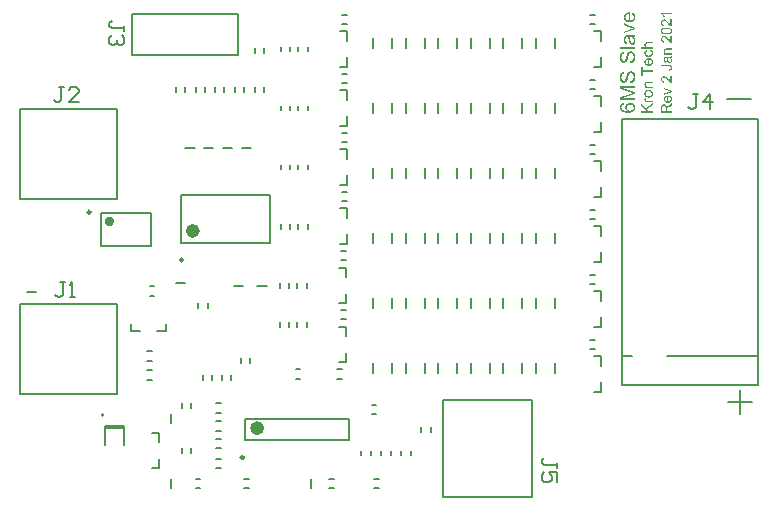
<source format=gto>
G04*
G04 #@! TF.GenerationSoftware,Altium Limited,Altium Designer,20.0.13 (296)*
G04*
G04 Layer_Color=65535*
%FSLAX43Y43*%
%MOMM*%
G71*
G01*
G75*
%ADD10C,0.250*%
%ADD11C,0.600*%
%ADD12C,0.400*%
%ADD13C,0.200*%
%ADD14C,0.203*%
G36*
X153900Y138881D02*
X153460D01*
X153459D01*
X153456D01*
X153451D01*
X153445D01*
X153439Y138880D01*
X153430Y138878D01*
X153410Y138876D01*
X153390Y138871D01*
X153369Y138865D01*
X153349Y138855D01*
X153331Y138842D01*
X153330Y138841D01*
X153325Y138835D01*
X153319Y138826D01*
X153310Y138815D01*
X153303Y138799D01*
X153296Y138780D01*
X153291Y138759D01*
X153290Y138734D01*
Y138725D01*
X153291Y138715D01*
X153294Y138702D01*
X153296Y138687D01*
X153301Y138671D01*
X153309Y138654D01*
X153318Y138636D01*
X153319Y138634D01*
X153323Y138629D01*
X153329Y138620D01*
X153338Y138611D01*
X153348Y138600D01*
X153360Y138589D01*
X153375Y138579D01*
X153391Y138570D01*
X153394Y138569D01*
X153400Y138567D01*
X153410Y138564D01*
X153425Y138561D01*
X153443Y138557D01*
X153465Y138554D01*
X153491Y138552D01*
X153520Y138551D01*
X153900D01*
Y138434D01*
X152939D01*
Y138551D01*
X153285D01*
X153284Y138552D01*
X153281Y138555D01*
X153276Y138560D01*
X153270Y138566D01*
X153263Y138574D01*
X153255Y138584D01*
X153246Y138595D01*
X153236Y138607D01*
X153228Y138622D01*
X153219Y138637D01*
X153211Y138655D01*
X153204Y138672D01*
X153198Y138692D01*
X153193Y138714D01*
X153190Y138736D01*
X153189Y138759D01*
Y138771D01*
X153190Y138786D01*
X153193Y138804D01*
X153196Y138825D01*
X153203Y138846D01*
X153210Y138870D01*
X153220Y138891D01*
Y138892D01*
X153221Y138893D01*
X153225Y138901D01*
X153233Y138911D01*
X153241Y138923D01*
X153254Y138936D01*
X153268Y138950D01*
X153285Y138962D01*
X153304Y138973D01*
X153306Y138975D01*
X153314Y138977D01*
X153326Y138981D01*
X153344Y138986D01*
X153365Y138991D01*
X153393Y138995D01*
X153424Y138997D01*
X153460Y138998D01*
X153900D01*
Y138881D01*
D02*
G37*
G36*
X153666Y138331D02*
X153673Y138330D01*
X153681Y138329D01*
X153691Y138325D01*
X153703Y138322D01*
X153716Y138317D01*
X153730Y138312D01*
X153760Y138300D01*
X153791Y138282D01*
X153806Y138272D01*
X153821Y138261D01*
X153835Y138247D01*
X153849Y138234D01*
X153850Y138232D01*
X153851Y138230D01*
X153855Y138226D01*
X153859Y138220D01*
X153864Y138212D01*
X153870Y138204D01*
X153876Y138192D01*
X153881Y138181D01*
X153887Y138167D01*
X153894Y138152D01*
X153905Y138120D01*
X153913Y138084D01*
X153914Y138064D01*
X153915Y138042D01*
Y138036D01*
X153914Y138029D01*
Y138019D01*
X153913Y138006D01*
X153910Y137992D01*
X153908Y137977D01*
X153904Y137960D01*
X153899Y137942D01*
X153893Y137924D01*
X153885Y137905D01*
X153876Y137886D01*
X153865Y137867D01*
X153853Y137849D01*
X153839Y137830D01*
X153823Y137814D01*
X153821Y137813D01*
X153818Y137810D01*
X153813Y137806D01*
X153805Y137800D01*
X153795Y137794D01*
X153784Y137786D01*
X153770Y137779D01*
X153754Y137771D01*
X153736Y137763D01*
X153716Y137755D01*
X153694Y137748D01*
X153670Y137741D01*
X153644Y137735D01*
X153616Y137731D01*
X153586Y137729D01*
X153555Y137728D01*
X153554D01*
X153550D01*
X153544D01*
X153536D01*
X153526Y137729D01*
X153515Y137730D01*
X153503D01*
X153489Y137733D01*
X153458Y137736D01*
X153425Y137743D01*
X153391Y137751D01*
X153359Y137764D01*
X153358D01*
X153355Y137765D01*
X153350Y137768D01*
X153345Y137771D01*
X153330Y137780D01*
X153311Y137793D01*
X153290Y137808D01*
X153269Y137828D01*
X153249Y137851D01*
X153231Y137878D01*
Y137879D01*
X153230Y137881D01*
X153228Y137885D01*
X153225Y137891D01*
X153221Y137898D01*
X153218Y137906D01*
X153210Y137927D01*
X153203Y137951D01*
X153195Y137980D01*
X153190Y138011D01*
X153189Y138044D01*
Y138055D01*
X153190Y138062D01*
Y138072D01*
X153191Y138084D01*
X153194Y138095D01*
X153196Y138109D01*
X153203Y138137D01*
X153213Y138169D01*
X153228Y138199D01*
X153236Y138214D01*
X153246Y138227D01*
X153248Y138229D01*
X153249Y138231D01*
X153253Y138234D01*
X153256Y138239D01*
X153263Y138245D01*
X153270Y138251D01*
X153279Y138259D01*
X153288Y138266D01*
X153311Y138282D01*
X153339Y138297D01*
X153371Y138311D01*
X153409Y138321D01*
X153426Y138206D01*
X153425D01*
X153424Y138205D01*
X153420D01*
X153415Y138202D01*
X153403Y138199D01*
X153388Y138192D01*
X153371Y138184D01*
X153354Y138174D01*
X153338Y138162D01*
X153323Y138147D01*
X153321Y138146D01*
X153316Y138140D01*
X153311Y138131D01*
X153304Y138120D01*
X153298Y138105D01*
X153291Y138087D01*
X153288Y138069D01*
X153286Y138047D01*
Y138039D01*
X153288Y138032D01*
X153289Y138025D01*
X153290Y138016D01*
X153294Y137996D01*
X153301Y137974D01*
X153313Y137950D01*
X153320Y137937D01*
X153329Y137926D01*
X153339Y137915D01*
X153350Y137904D01*
X153351D01*
X153353Y137901D01*
X153356Y137899D01*
X153363Y137895D01*
X153369Y137891D01*
X153378Y137886D01*
X153388Y137881D01*
X153399Y137876D01*
X153413Y137871D01*
X153428Y137866D01*
X153444Y137861D01*
X153461Y137858D01*
X153481Y137854D01*
X153503Y137851D01*
X153526Y137850D01*
X153551Y137849D01*
X153553D01*
X153558D01*
X153565D01*
X153574Y137850D01*
X153586D01*
X153599Y137851D01*
X153614Y137854D01*
X153629Y137855D01*
X153663Y137861D01*
X153696Y137871D01*
X153728Y137884D01*
X153743Y137893D01*
X153755Y137901D01*
X153756Y137902D01*
X153758Y137904D01*
X153765Y137911D01*
X153775Y137922D01*
X153786Y137939D01*
X153798Y137959D01*
X153808Y137982D01*
X153815Y138010D01*
X153816Y138025D01*
X153818Y138041D01*
Y138047D01*
X153816Y138052D01*
X153815Y138065D01*
X153813Y138081D01*
X153808Y138100D01*
X153800Y138119D01*
X153790Y138137D01*
X153776Y138156D01*
X153774Y138159D01*
X153769Y138164D01*
X153758Y138172D01*
X153744Y138181D01*
X153725Y138191D01*
X153703Y138201D01*
X153676Y138210D01*
X153645Y138216D01*
X153661Y138332D01*
X153663D01*
X153666Y138331D01*
D02*
G37*
G36*
X153583Y137616D02*
Y137098D01*
X153584D01*
X153588D01*
X153594Y137099D01*
X153601Y137100D01*
X153611Y137101D01*
X153623Y137103D01*
X153648Y137108D01*
X153676Y137116D01*
X153705Y137128D01*
X153733Y137143D01*
X153745Y137151D01*
X153758Y137161D01*
X153759Y137163D01*
X153760Y137164D01*
X153763Y137168D01*
X153766Y137171D01*
X153776Y137185D01*
X153788Y137201D01*
X153799Y137223D01*
X153808Y137248D01*
X153815Y137276D01*
X153816Y137291D01*
X153818Y137308D01*
Y137319D01*
X153816Y137330D01*
X153814Y137346D01*
X153809Y137363D01*
X153804Y137381D01*
X153795Y137400D01*
X153784Y137418D01*
X153783Y137420D01*
X153778Y137425D01*
X153769Y137434D01*
X153758Y137444D01*
X153743Y137455D01*
X153723Y137468D01*
X153700Y137480D01*
X153674Y137490D01*
X153690Y137613D01*
X153691D01*
X153695Y137611D01*
X153700Y137610D01*
X153708Y137606D01*
X153716Y137604D01*
X153728Y137599D01*
X153751Y137589D01*
X153778Y137574D01*
X153805Y137555D01*
X153833Y137533D01*
X153856Y137506D01*
Y137505D01*
X153859Y137503D01*
X153861Y137499D01*
X153865Y137493D01*
X153870Y137485D01*
X153875Y137475D01*
X153880Y137465D01*
X153885Y137453D01*
X153891Y137439D01*
X153896Y137424D01*
X153901Y137408D01*
X153906Y137390D01*
X153913Y137351D01*
X153914Y137330D01*
X153915Y137308D01*
Y137301D01*
X153914Y137293D01*
Y137283D01*
X153913Y137270D01*
X153910Y137255D01*
X153908Y137238D01*
X153904Y137220D01*
X153899Y137201D01*
X153893Y137181D01*
X153885Y137161D01*
X153875Y137141D01*
X153865Y137121D01*
X153853Y137101D01*
X153838Y137083D01*
X153821Y137065D01*
X153820Y137064D01*
X153816Y137061D01*
X153811Y137056D01*
X153804Y137051D01*
X153794Y137045D01*
X153783Y137038D01*
X153769Y137029D01*
X153754Y137021D01*
X153735Y137013D01*
X153716Y137004D01*
X153694Y136996D01*
X153671Y136990D01*
X153645Y136985D01*
X153619Y136980D01*
X153590Y136978D01*
X153559Y136976D01*
X153556D01*
X153551D01*
X153541Y136978D01*
X153530D01*
X153515Y136979D01*
X153498Y136981D01*
X153479Y136984D01*
X153459Y136988D01*
X153438Y136993D01*
X153415Y136999D01*
X153393Y137005D01*
X153370Y137014D01*
X153348Y137025D01*
X153325Y137036D01*
X153305Y137050D01*
X153286Y137066D01*
X153285Y137068D01*
X153283Y137070D01*
X153278Y137075D01*
X153271Y137083D01*
X153264Y137091D01*
X153255Y137103D01*
X153246Y137115D01*
X153238Y137129D01*
X153229Y137145D01*
X153220Y137163D01*
X153211Y137183D01*
X153204Y137203D01*
X153198Y137225D01*
X153193Y137249D01*
X153190Y137274D01*
X153189Y137300D01*
Y137314D01*
X153190Y137324D01*
X153191Y137335D01*
X153194Y137349D01*
X153196Y137365D01*
X153200Y137381D01*
X153205Y137399D01*
X153213Y137418D01*
X153220Y137436D01*
X153229Y137455D01*
X153240Y137475D01*
X153253Y137494D01*
X153268Y137511D01*
X153284Y137529D01*
X153285Y137530D01*
X153289Y137533D01*
X153294Y137538D01*
X153301Y137543D01*
X153311Y137549D01*
X153323Y137556D01*
X153336Y137565D01*
X153353Y137574D01*
X153371Y137581D01*
X153391Y137590D01*
X153413Y137598D01*
X153436Y137604D01*
X153463Y137609D01*
X153490Y137614D01*
X153520Y137616D01*
X153551Y137618D01*
X153554D01*
X153559D01*
X153569D01*
X153583Y137616D01*
D02*
G37*
G36*
X153053Y136583D02*
X153900D01*
Y136455D01*
X153053D01*
Y136139D01*
X152939D01*
Y136899D01*
X153053D01*
Y136583D01*
D02*
G37*
G36*
X153900Y135526D02*
X153478D01*
X153476D01*
X153474D01*
X153471D01*
X153466D01*
X153453Y135524D01*
X153438D01*
X153420Y135522D01*
X153403Y135519D01*
X153386Y135516D01*
X153371Y135511D01*
X153370D01*
X153365Y135508D01*
X153359Y135504D01*
X153350Y135499D01*
X153341Y135493D01*
X153331Y135484D01*
X153323Y135474D01*
X153314Y135462D01*
X153313Y135461D01*
X153310Y135456D01*
X153306Y135448D01*
X153303Y135438D01*
X153299Y135427D01*
X153295Y135413D01*
X153293Y135397D01*
X153291Y135381D01*
Y135373D01*
X153293Y135368D01*
X153294Y135353D01*
X153298Y135336D01*
X153303Y135316D01*
X153311Y135293D01*
X153324Y135271D01*
X153340Y135249D01*
X153343Y135247D01*
X153345Y135244D01*
X153350Y135241D01*
X153355Y135237D01*
X153363Y135232D01*
X153370Y135228D01*
X153380Y135223D01*
X153393Y135218D01*
X153405Y135213D01*
X153420Y135208D01*
X153436Y135204D01*
X153455Y135201D01*
X153475Y135198D01*
X153498Y135197D01*
X153521Y135196D01*
X153900D01*
Y135078D01*
X153204D01*
Y135184D01*
X153304D01*
X153303Y135186D01*
X153299Y135188D01*
X153293Y135192D01*
X153286Y135198D01*
X153278Y135207D01*
X153268Y135216D01*
X153258Y135227D01*
X153246Y135241D01*
X153235Y135256D01*
X153225Y135272D01*
X153215Y135289D01*
X153206Y135309D01*
X153199Y135331D01*
X153194Y135353D01*
X153190Y135378D01*
X153189Y135404D01*
Y135416D01*
X153190Y135427D01*
X153191Y135443D01*
X153195Y135461D01*
X153199Y135481D01*
X153205Y135501D01*
X153213Y135521D01*
X153214Y135523D01*
X153216Y135529D01*
X153221Y135538D01*
X153229Y135551D01*
X153236Y135563D01*
X153246Y135576D01*
X153259Y135588D01*
X153271Y135599D01*
X153273Y135601D01*
X153278Y135603D01*
X153285Y135608D01*
X153296Y135614D01*
X153309Y135619D01*
X153324Y135626D01*
X153340Y135631D01*
X153359Y135636D01*
X153360D01*
X153365Y135637D01*
X153374Y135638D01*
X153385Y135639D01*
X153401Y135641D01*
X153420Y135642D01*
X153444Y135643D01*
X153473D01*
X153900D01*
Y135526D01*
D02*
G37*
G36*
X153576Y134938D02*
X153589Y134937D01*
X153604Y134936D01*
X153619Y134935D01*
X153653Y134930D01*
X153688Y134922D01*
X153723Y134912D01*
X153739Y134906D01*
X153754Y134898D01*
X153755D01*
X153758Y134897D01*
X153761Y134895D01*
X153766Y134891D01*
X153780Y134882D01*
X153798Y134868D01*
X153816Y134852D01*
X153836Y134832D01*
X153855Y134808D01*
X153873Y134781D01*
Y134780D01*
X153874Y134777D01*
X153876Y134773D01*
X153879Y134767D01*
X153883Y134761D01*
X153886Y134752D01*
X153894Y134731D01*
X153901Y134707D01*
X153909Y134678D01*
X153914Y134647D01*
X153915Y134613D01*
Y134607D01*
X153914Y134600D01*
Y134590D01*
X153913Y134577D01*
X153910Y134563D01*
X153908Y134547D01*
X153904Y134530D01*
X153899Y134511D01*
X153893Y134492D01*
X153885Y134473D01*
X153876Y134453D01*
X153865Y134433D01*
X153853Y134415D01*
X153839Y134396D01*
X153823Y134378D01*
X153821Y134377D01*
X153818Y134375D01*
X153813Y134370D01*
X153805Y134365D01*
X153795Y134357D01*
X153784Y134350D01*
X153770Y134342D01*
X153754Y134333D01*
X153735Y134325D01*
X153715Y134317D01*
X153694Y134310D01*
X153669Y134302D01*
X153643Y134297D01*
X153615Y134292D01*
X153585Y134290D01*
X153553Y134288D01*
X153550D01*
X153544D01*
X153534Y134290D01*
X153521D01*
X153505Y134292D01*
X153486Y134295D01*
X153466Y134297D01*
X153445Y134302D01*
X153421Y134307D01*
X153398Y134315D01*
X153374Y134323D01*
X153350Y134333D01*
X153328Y134346D01*
X153305Y134360D01*
X153285Y134376D01*
X153266Y134395D01*
X153265Y134396D01*
X153263Y134398D01*
X153259Y134403D01*
X153254Y134411D01*
X153249Y134420D01*
X153241Y134430D01*
X153235Y134442D01*
X153228Y134456D01*
X153220Y134471D01*
X153214Y134487D01*
X153206Y134506D01*
X153201Y134525D01*
X153196Y134546D01*
X153193Y134567D01*
X153190Y134590D01*
X153189Y134613D01*
Y134627D01*
X153190Y134637D01*
X153191Y134650D01*
X153194Y134663D01*
X153196Y134680D01*
X153200Y134697D01*
X153205Y134715D01*
X153213Y134733D01*
X153220Y134753D01*
X153229Y134773D01*
X153240Y134793D01*
X153253Y134812D01*
X153268Y134831D01*
X153284Y134848D01*
X153285Y134850D01*
X153288Y134852D01*
X153294Y134857D01*
X153301Y134862D01*
X153310Y134870D01*
X153323Y134877D01*
X153336Y134886D01*
X153351Y134895D01*
X153369Y134902D01*
X153388Y134911D01*
X153409Y134918D01*
X153433Y134926D01*
X153458Y134931D01*
X153484Y134936D01*
X153513Y134938D01*
X153543Y134939D01*
X153544D01*
X153549D01*
X153555D01*
X153565D01*
X153576Y134938D01*
D02*
G37*
G36*
X153336Y134221D02*
X153335Y134218D01*
X153333Y134213D01*
X153329Y134205D01*
X153324Y134193D01*
X153319Y134181D01*
X153315Y134166D01*
X153313Y134150D01*
X153311Y134133D01*
Y134127D01*
X153313Y134120D01*
X153314Y134110D01*
X153318Y134100D01*
X153321Y134087D01*
X153328Y134076D01*
X153335Y134063D01*
X153336Y134062D01*
X153339Y134058D01*
X153345Y134053D01*
X153353Y134047D01*
X153361Y134040D01*
X153373Y134032D01*
X153385Y134026D01*
X153400Y134020D01*
X153401D01*
X153403Y134018D01*
X153406D01*
X153411Y134017D01*
X153424Y134013D01*
X153440Y134011D01*
X153461Y134007D01*
X153484Y134003D01*
X153510Y134002D01*
X153538Y134001D01*
X153900D01*
Y133884D01*
X153204D01*
Y133990D01*
X153310D01*
X153308Y133991D01*
X153304Y133993D01*
X153299Y133996D01*
X153286Y134005D01*
X153271Y134013D01*
X153254Y134025D01*
X153238Y134037D01*
X153224Y134051D01*
X153213Y134063D01*
X153211Y134065D01*
X153209Y134070D01*
X153205Y134077D01*
X153200Y134086D01*
X153196Y134097D01*
X153193Y134111D01*
X153190Y134125D01*
X153189Y134140D01*
Y134150D01*
X153191Y134162D01*
X153194Y134177D01*
X153199Y134196D01*
X153205Y134217D01*
X153215Y134238D01*
X153228Y134262D01*
X153336Y134221D01*
D02*
G37*
G36*
X153900Y133626D02*
X153416Y133284D01*
X153568Y133127D01*
X153900D01*
Y133000D01*
X152939D01*
Y133127D01*
X153415D01*
X152939Y133605D01*
Y133777D01*
X153330Y133374D01*
X153900Y133795D01*
Y133626D01*
D02*
G37*
G36*
X155500Y141330D02*
X154799D01*
X154800Y141328D01*
X154805Y141323D01*
X154813Y141314D01*
X154823Y141302D01*
X154834Y141287D01*
X154847Y141268D01*
X154861Y141248D01*
X154875Y141225D01*
Y141224D01*
X154876Y141223D01*
X154879Y141219D01*
X154881Y141215D01*
X154888Y141202D01*
X154896Y141187D01*
X154905Y141169D01*
X154915Y141149D01*
X154924Y141130D01*
X154932Y141110D01*
X154825D01*
Y141111D01*
X154823Y141114D01*
X154820Y141119D01*
X154817Y141125D01*
X154813Y141133D01*
X154807Y141142D01*
X154796Y141165D01*
X154781Y141189D01*
X154762Y141217D01*
X154742Y141244D01*
X154720Y141271D01*
X154719Y141272D01*
X154718Y141274D01*
X154714Y141278D01*
X154710Y141282D01*
X154698Y141294D01*
X154682Y141309D01*
X154664Y141324D01*
X154643Y141341D01*
X154622Y141356D01*
X154600Y141369D01*
Y141440D01*
X155500D01*
Y141330D01*
D02*
G37*
G36*
Y140313D02*
X155498D01*
X155493D01*
X155486D01*
X155476Y140315D01*
X155464Y140316D01*
X155451Y140318D01*
X155438Y140322D01*
X155424Y140326D01*
X155423D01*
X155422Y140327D01*
X155418Y140329D01*
X155414Y140331D01*
X155402Y140336D01*
X155387Y140344D01*
X155368Y140354D01*
X155348Y140366D01*
X155327Y140381D01*
X155305Y140399D01*
X155304Y140400D01*
X155303Y140401D01*
X155299Y140404D01*
X155295Y140408D01*
X155282Y140420D01*
X155266Y140436D01*
X155246Y140456D01*
X155223Y140480D01*
X155197Y140509D01*
X155169Y140543D01*
X155168Y140544D01*
X155163Y140549D01*
X155157Y140557D01*
X155149Y140566D01*
X155139Y140578D01*
X155127Y140592D01*
X155114Y140607D01*
X155100Y140622D01*
X155070Y140655D01*
X155038Y140688D01*
X155022Y140703D01*
X155007Y140717D01*
X154993Y140730D01*
X154979Y140740D01*
X154978Y140741D01*
X154975Y140742D01*
X154972Y140745D01*
X154967Y140748D01*
X154960Y140752D01*
X154953Y140756D01*
X154936Y140767D01*
X154916Y140776D01*
X154894Y140784D01*
X154869Y140790D01*
X154858Y140793D01*
X154846D01*
X154845D01*
X154842D01*
X154840D01*
X154835Y140791D01*
X154823Y140790D01*
X154807Y140787D01*
X154790Y140781D01*
X154773Y140773D01*
X154754Y140761D01*
X154736Y140745D01*
X154734Y140742D01*
X154729Y140737D01*
X154722Y140726D01*
X154713Y140712D01*
X154705Y140695D01*
X154698Y140674D01*
X154693Y140649D01*
X154691Y140622D01*
Y140614D01*
X154692Y140610D01*
Y140603D01*
X154693Y140594D01*
X154697Y140577D01*
X154703Y140557D01*
X154711Y140535D01*
X154722Y140514D01*
X154739Y140495D01*
X154741Y140493D01*
X154747Y140488D01*
X154759Y140480D01*
X154773Y140472D01*
X154792Y140463D01*
X154814Y140455D01*
X154840Y140450D01*
X154870Y140448D01*
X154859Y140334D01*
X154858D01*
X154853Y140336D01*
X154847D01*
X154838Y140337D01*
X154827Y140339D01*
X154816Y140341D01*
X154802Y140345D01*
X154788Y140350D01*
X154756Y140360D01*
X154740Y140367D01*
X154725Y140375D01*
X154708Y140385D01*
X154693Y140395D01*
X154679Y140407D01*
X154666Y140421D01*
X154665Y140422D01*
X154664Y140424D01*
X154661Y140429D01*
X154656Y140435D01*
X154651Y140443D01*
X154645Y140452D01*
X154640Y140463D01*
X154633Y140475D01*
X154627Y140489D01*
X154621Y140505D01*
X154615Y140521D01*
X154610Y140540D01*
X154606Y140558D01*
X154602Y140579D01*
X154601Y140601D01*
X154600Y140625D01*
Y140638D01*
X154601Y140646D01*
X154602Y140657D01*
X154603Y140670D01*
X154606Y140684D01*
X154609Y140699D01*
X154617Y140732D01*
X154623Y140748D01*
X154630Y140766D01*
X154638Y140783D01*
X154649Y140800D01*
X154659Y140815D01*
X154672Y140830D01*
X154673Y140831D01*
X154676Y140833D01*
X154679Y140837D01*
X154685Y140842D01*
X154692Y140847D01*
X154700Y140854D01*
X154710Y140860D01*
X154721Y140868D01*
X154733Y140875D01*
X154747Y140881D01*
X154777Y140894D01*
X154793Y140899D01*
X154811Y140902D01*
X154830Y140905D01*
X154849Y140906D01*
X154852D01*
X154859D01*
X154869Y140905D01*
X154883Y140903D01*
X154898Y140900D01*
X154917Y140896D01*
X154936Y140891D01*
X154956Y140884D01*
X154958Y140882D01*
X154965Y140879D01*
X154975Y140874D01*
X154988Y140866D01*
X155005Y140856D01*
X155023Y140843D01*
X155044Y140828D01*
X155065Y140810D01*
X155066D01*
X155067Y140808D01*
X155071Y140804D01*
X155076Y140801D01*
X155081Y140795D01*
X155088Y140788D01*
X155097Y140780D01*
X155106Y140769D01*
X155116Y140759D01*
X155128Y140746D01*
X155142Y140732D01*
X155156Y140717D01*
X155171Y140699D01*
X155186Y140682D01*
X155204Y140661D01*
X155223Y140640D01*
X155224Y140639D01*
X155226Y140635D01*
X155231Y140631D01*
X155235Y140624D01*
X155242Y140617D01*
X155251Y140607D01*
X155268Y140587D01*
X155287Y140565D01*
X155305Y140544D01*
X155313Y140535D01*
X155322Y140527D01*
X155330Y140519D01*
X155336Y140513D01*
X155337Y140512D01*
X155340Y140508D01*
X155346Y140503D01*
X155354Y140496D01*
X155362Y140489D01*
X155373Y140481D01*
X155394Y140466D01*
Y140907D01*
X155500D01*
Y140313D01*
D02*
G37*
G36*
X155098Y140217D02*
X155113D01*
X155130Y140216D01*
X155149Y140214D01*
X155190Y140210D01*
X155233Y140204D01*
X155275Y140196D01*
X155295Y140191D01*
X155313Y140185D01*
X155315D01*
X155318Y140184D01*
X155323Y140182D01*
X155330Y140179D01*
X155338Y140176D01*
X155347Y140171D01*
X155368Y140161D01*
X155393Y140147D01*
X155417Y140130D01*
X155442Y140111D01*
X155463Y140087D01*
Y140086D01*
X155465Y140085D01*
X155467Y140080D01*
X155471Y140076D01*
X155474Y140070D01*
X155479Y140062D01*
X155484Y140053D01*
X155488Y140043D01*
X155499Y140020D01*
X155507Y139992D01*
X155513Y139960D01*
X155514Y139943D01*
X155515Y139925D01*
Y139919D01*
X155514Y139912D01*
Y139904D01*
X155513Y139893D01*
X155510Y139881D01*
X155507Y139867D01*
X155503Y139852D01*
X155499Y139835D01*
X155493Y139819D01*
X155485Y139802D01*
X155477Y139784D01*
X155466Y139768D01*
X155453Y139751D01*
X155439Y139736D01*
X155423Y139721D01*
X155422Y139720D01*
X155417Y139718D01*
X155411Y139713D01*
X155402Y139707D01*
X155389Y139701D01*
X155374Y139693D01*
X155357Y139686D01*
X155336Y139678D01*
X155311Y139670D01*
X155284Y139662D01*
X155255Y139654D01*
X155221Y139648D01*
X155185Y139642D01*
X155147Y139637D01*
X155104Y139635D01*
X155058Y139634D01*
X155056D01*
X155051D01*
X155043D01*
X155031D01*
X155018Y139635D01*
X155003Y139636D01*
X154986D01*
X154967Y139638D01*
X154926Y139642D01*
X154883Y139648D01*
X154841Y139656D01*
X154821Y139661D01*
X154803Y139666D01*
X154802D01*
X154798Y139668D01*
X154793Y139670D01*
X154786Y139672D01*
X154778Y139676D01*
X154769Y139680D01*
X154747Y139691D01*
X154724Y139705D01*
X154698Y139721D01*
X154673Y139741D01*
X154652Y139763D01*
X154651Y139764D01*
X154650Y139767D01*
X154648Y139770D01*
X154644Y139775D01*
X154641Y139781D01*
X154636Y139789D01*
X154631Y139797D01*
X154626Y139807D01*
X154616Y139831D01*
X154608Y139859D01*
X154602Y139890D01*
X154600Y139908D01*
Y139937D01*
X154601Y139944D01*
Y139951D01*
X154603Y139968D01*
X154607Y139988D01*
X154613Y140009D01*
X154620Y140031D01*
X154629Y140052D01*
Y140053D01*
X154630Y140055D01*
X154635Y140062D01*
X154641Y140071D01*
X154650Y140084D01*
X154663Y140098D01*
X154677Y140113D01*
X154693Y140128D01*
X154713Y140142D01*
X154714D01*
X154715Y140143D01*
X154719Y140146D01*
X154722Y140148D01*
X154734Y140154D01*
X154750Y140162D01*
X154770Y140171D01*
X154792Y140181D01*
X154819Y140189D01*
X154847Y140197D01*
X154848D01*
X154851Y140198D01*
X154855Y140199D01*
X154861Y140200D01*
X154869Y140202D01*
X154879Y140204D01*
X154890Y140205D01*
X154903Y140207D01*
X154917Y140210D01*
X154933Y140211D01*
X154950Y140213D01*
X154970Y140214D01*
X154989Y140216D01*
X155010Y140217D01*
X155034Y140218D01*
X155058D01*
X155060D01*
X155065D01*
X155073D01*
X155085D01*
X155098Y140217D01*
D02*
G37*
G36*
X155500Y138921D02*
X155498D01*
X155493D01*
X155486D01*
X155476Y138923D01*
X155464Y138924D01*
X155451Y138926D01*
X155438Y138930D01*
X155424Y138934D01*
X155423D01*
X155422Y138935D01*
X155418Y138937D01*
X155414Y138939D01*
X155402Y138944D01*
X155387Y138952D01*
X155368Y138962D01*
X155348Y138974D01*
X155327Y138989D01*
X155305Y139007D01*
X155304Y139008D01*
X155303Y139009D01*
X155299Y139012D01*
X155295Y139016D01*
X155282Y139027D01*
X155266Y139044D01*
X155246Y139064D01*
X155223Y139088D01*
X155197Y139117D01*
X155169Y139151D01*
X155168Y139152D01*
X155163Y139157D01*
X155157Y139165D01*
X155149Y139174D01*
X155139Y139186D01*
X155127Y139200D01*
X155114Y139215D01*
X155100Y139230D01*
X155070Y139263D01*
X155038Y139296D01*
X155022Y139311D01*
X155007Y139325D01*
X154993Y139338D01*
X154979Y139348D01*
X154978Y139349D01*
X154975Y139350D01*
X154972Y139353D01*
X154967Y139356D01*
X154960Y139360D01*
X154953Y139364D01*
X154936Y139375D01*
X154916Y139384D01*
X154894Y139392D01*
X154869Y139398D01*
X154858Y139401D01*
X154846D01*
X154845D01*
X154842D01*
X154840D01*
X154835Y139399D01*
X154823Y139398D01*
X154807Y139395D01*
X154790Y139389D01*
X154773Y139381D01*
X154754Y139369D01*
X154736Y139353D01*
X154734Y139350D01*
X154729Y139345D01*
X154722Y139334D01*
X154713Y139320D01*
X154705Y139303D01*
X154698Y139282D01*
X154693Y139257D01*
X154691Y139230D01*
Y139222D01*
X154692Y139218D01*
Y139211D01*
X154693Y139202D01*
X154697Y139185D01*
X154703Y139165D01*
X154711Y139143D01*
X154722Y139122D01*
X154739Y139103D01*
X154741Y139101D01*
X154747Y139096D01*
X154759Y139088D01*
X154773Y139080D01*
X154792Y139071D01*
X154814Y139062D01*
X154840Y139058D01*
X154870Y139055D01*
X154859Y138942D01*
X154858D01*
X154853Y138944D01*
X154847D01*
X154838Y138945D01*
X154827Y138947D01*
X154816Y138949D01*
X154802Y138953D01*
X154788Y138958D01*
X154756Y138968D01*
X154740Y138975D01*
X154725Y138983D01*
X154708Y138993D01*
X154693Y139003D01*
X154679Y139015D01*
X154666Y139029D01*
X154665Y139030D01*
X154664Y139032D01*
X154661Y139037D01*
X154656Y139043D01*
X154651Y139051D01*
X154645Y139060D01*
X154640Y139071D01*
X154633Y139083D01*
X154627Y139097D01*
X154621Y139113D01*
X154615Y139129D01*
X154610Y139148D01*
X154606Y139166D01*
X154602Y139187D01*
X154601Y139209D01*
X154600Y139233D01*
Y139246D01*
X154601Y139254D01*
X154602Y139265D01*
X154603Y139278D01*
X154606Y139292D01*
X154609Y139307D01*
X154617Y139340D01*
X154623Y139356D01*
X154630Y139374D01*
X154638Y139391D01*
X154649Y139408D01*
X154659Y139423D01*
X154672Y139438D01*
X154673Y139439D01*
X154676Y139441D01*
X154679Y139445D01*
X154685Y139450D01*
X154692Y139455D01*
X154700Y139462D01*
X154710Y139468D01*
X154721Y139476D01*
X154733Y139483D01*
X154747Y139489D01*
X154777Y139502D01*
X154793Y139507D01*
X154811Y139510D01*
X154830Y139512D01*
X154849Y139514D01*
X154852D01*
X154859D01*
X154869Y139512D01*
X154883Y139511D01*
X154898Y139508D01*
X154917Y139504D01*
X154936Y139499D01*
X154956Y139492D01*
X154958Y139490D01*
X154965Y139487D01*
X154975Y139482D01*
X154988Y139474D01*
X155005Y139464D01*
X155023Y139451D01*
X155044Y139436D01*
X155065Y139418D01*
X155066D01*
X155067Y139416D01*
X155071Y139412D01*
X155076Y139409D01*
X155081Y139403D01*
X155088Y139396D01*
X155097Y139388D01*
X155106Y139377D01*
X155116Y139367D01*
X155128Y139354D01*
X155142Y139340D01*
X155156Y139325D01*
X155171Y139307D01*
X155186Y139290D01*
X155204Y139269D01*
X155223Y139248D01*
X155224Y139247D01*
X155226Y139243D01*
X155231Y139239D01*
X155235Y139232D01*
X155242Y139225D01*
X155251Y139215D01*
X155268Y139195D01*
X155287Y139173D01*
X155305Y139152D01*
X155313Y139143D01*
X155322Y139135D01*
X155330Y139127D01*
X155336Y139121D01*
X155337Y139120D01*
X155340Y139116D01*
X155346Y139111D01*
X155354Y139104D01*
X155362Y139097D01*
X155373Y139089D01*
X155394Y139074D01*
Y139515D01*
X155500D01*
Y138921D01*
D02*
G37*
G36*
Y138342D02*
X155106D01*
X155105D01*
X155102D01*
X155100D01*
X155095D01*
X155083Y138341D01*
X155069D01*
X155052Y138338D01*
X155036Y138336D01*
X155021Y138333D01*
X155007Y138328D01*
X155006D01*
X155001Y138326D01*
X154995Y138322D01*
X154987Y138317D01*
X154979Y138312D01*
X154970Y138303D01*
X154961Y138294D01*
X154953Y138283D01*
X154952Y138281D01*
X154950Y138277D01*
X154946Y138270D01*
X154943Y138260D01*
X154939Y138250D01*
X154936Y138237D01*
X154933Y138222D01*
X154932Y138207D01*
Y138200D01*
X154933Y138195D01*
X154935Y138181D01*
X154938Y138165D01*
X154943Y138146D01*
X154951Y138125D01*
X154963Y138104D01*
X154978Y138084D01*
X154980Y138082D01*
X154982Y138080D01*
X154987Y138076D01*
X154992Y138073D01*
X154999Y138068D01*
X155006Y138064D01*
X155015Y138060D01*
X155027Y138055D01*
X155038Y138051D01*
X155052Y138046D01*
X155067Y138042D01*
X155085Y138039D01*
X155104Y138037D01*
X155125Y138035D01*
X155147Y138034D01*
X155500D01*
Y137925D01*
X154851D01*
Y138024D01*
X154944D01*
X154943Y138025D01*
X154939Y138027D01*
X154933Y138031D01*
X154928Y138037D01*
X154919Y138045D01*
X154910Y138053D01*
X154901Y138063D01*
X154890Y138076D01*
X154880Y138090D01*
X154870Y138105D01*
X154861Y138122D01*
X154853Y138140D01*
X154846Y138160D01*
X154841Y138181D01*
X154838Y138204D01*
X154837Y138229D01*
Y138239D01*
X154838Y138250D01*
X154839Y138265D01*
X154842Y138281D01*
X154846Y138300D01*
X154852Y138319D01*
X154859Y138337D01*
X154860Y138340D01*
X154862Y138345D01*
X154867Y138354D01*
X154874Y138365D01*
X154881Y138377D01*
X154890Y138389D01*
X154902Y138400D01*
X154914Y138411D01*
X154915Y138412D01*
X154919Y138414D01*
X154926Y138419D01*
X154937Y138425D01*
X154949Y138429D01*
X154963Y138435D01*
X154978Y138440D01*
X154995Y138445D01*
X154996D01*
X155001Y138446D01*
X155009Y138447D01*
X155020Y138448D01*
X155035Y138449D01*
X155052Y138450D01*
X155074Y138452D01*
X155101D01*
X155500D01*
Y138342D01*
D02*
G37*
G36*
Y137673D02*
X155499Y137672D01*
X155494Y137670D01*
X155487Y137667D01*
X155477Y137665D01*
X155465Y137660D01*
X155451Y137658D01*
X155436Y137654D01*
X155418Y137652D01*
Y137651D01*
X155421Y137649D01*
X155423Y137646D01*
X155427Y137641D01*
X155436Y137630D01*
X155448Y137613D01*
X155459Y137596D01*
X155472Y137576D01*
X155484Y137554D01*
X155493Y137533D01*
Y137532D01*
X155494Y137531D01*
X155495Y137527D01*
X155497Y137524D01*
X155500Y137512D01*
X155503Y137497D01*
X155507Y137479D01*
X155510Y137458D01*
X155513Y137436D01*
X155514Y137413D01*
Y137402D01*
X155513Y137395D01*
Y137386D01*
X155512Y137375D01*
X155507Y137352D01*
X155501Y137325D01*
X155492Y137299D01*
X155479Y137272D01*
X155472Y137260D01*
X155463Y137248D01*
X155462Y137247D01*
X155460Y137246D01*
X155453Y137239D01*
X155442Y137231D01*
X155427Y137220D01*
X155407Y137210D01*
X155385Y137201D01*
X155359Y137194D01*
X155345Y137192D01*
X155330Y137191D01*
X155327D01*
X155322D01*
X155312Y137192D01*
X155301Y137194D01*
X155288Y137196D01*
X155273Y137201D01*
X155258Y137205D01*
X155242Y137212D01*
X155240Y137213D01*
X155235Y137216D01*
X155228Y137222D01*
X155219Y137227D01*
X155210Y137236D01*
X155199Y137246D01*
X155189Y137257D01*
X155179Y137269D01*
X155178Y137271D01*
X155176Y137275D01*
X155171Y137283D01*
X155165Y137293D01*
X155160Y137304D01*
X155154Y137317D01*
X155148Y137332D01*
X155143Y137349D01*
Y137350D01*
X155142Y137354D01*
X155140Y137363D01*
X155139Y137373D01*
X155135Y137387D01*
X155133Y137403D01*
X155130Y137423D01*
X155127Y137447D01*
Y137448D01*
X155126Y137452D01*
Y137459D01*
X155123Y137469D01*
X155122Y137479D01*
X155121Y137492D01*
X155119Y137506D01*
X155116Y137521D01*
X155111Y137553D01*
X155104Y137585D01*
X155097Y137616D01*
X155092Y137630D01*
X155088Y137642D01*
X155087D01*
X155085D01*
X155081D01*
X155077Y137644D01*
X155067D01*
X155063D01*
X155060D01*
X155059D01*
X155057D01*
X155053D01*
X155050D01*
X155037Y137642D01*
X155023Y137640D01*
X155007Y137635D01*
X154992Y137631D01*
X154977Y137623D01*
X154965Y137612D01*
X154964Y137610D01*
X154959Y137604D01*
X154953Y137595D01*
X154946Y137581D01*
X154939Y137562D01*
X154933Y137541D01*
X154929Y137515D01*
X154928Y137486D01*
Y137473D01*
X154929Y137459D01*
X154931Y137443D01*
X154935Y137423D01*
X154939Y137405D01*
X154946Y137386D01*
X154956Y137371D01*
X154957Y137370D01*
X154960Y137365D01*
X154967Y137358D01*
X154978Y137351D01*
X154991Y137342D01*
X155007Y137333D01*
X155028Y137324D01*
X155051Y137317D01*
X155036Y137210D01*
X155035D01*
X155032Y137211D01*
X155029D01*
X155024Y137212D01*
X155012Y137216D01*
X154996Y137222D01*
X154979Y137227D01*
X154960Y137236D01*
X154942Y137246D01*
X154925Y137258D01*
X154923Y137259D01*
X154918Y137264D01*
X154911Y137272D01*
X154901Y137282D01*
X154890Y137296D01*
X154880Y137313D01*
X154869Y137332D01*
X154860Y137354D01*
Y137356D01*
X154859Y137358D01*
X154858Y137361D01*
X154856Y137366D01*
X154854Y137372D01*
X154853Y137379D01*
X154848Y137398D01*
X154844Y137419D01*
X154840Y137444D01*
X154838Y137472D01*
X154837Y137503D01*
Y137524D01*
X154838Y137532D01*
X154839Y137550D01*
X154841Y137571D01*
X154845Y137595D01*
X154849Y137616D01*
X154856Y137637D01*
Y137638D01*
X154858Y137639D01*
X154860Y137645D01*
X154865Y137654D01*
X154870Y137666D01*
X154877Y137679D01*
X154886Y137691D01*
X154896Y137703D01*
X154907Y137714D01*
X154908Y137715D01*
X154911Y137717D01*
X154918Y137722D01*
X154926Y137728D01*
X154937Y137733D01*
X154950Y137739D01*
X154964Y137744D01*
X154980Y137749D01*
X154981D01*
X154986Y137750D01*
X154993Y137751D01*
X155003Y137752D01*
X155017D01*
X155035Y137753D01*
X155056Y137754D01*
X155081D01*
X155228D01*
X155230D01*
X155235D01*
X155242D01*
X155253D01*
X155264D01*
X155278D01*
X155294D01*
X155310Y137756D01*
X155343D01*
X155374Y137757D01*
X155389Y137758D01*
X155402D01*
X155413Y137759D01*
X155422Y137760D01*
X155424D01*
X155429Y137761D01*
X155437Y137764D01*
X155446Y137766D01*
X155459Y137771D01*
X155472Y137775D01*
X155486Y137781D01*
X155500Y137788D01*
Y137673D01*
D02*
G37*
G36*
X155242Y137048D02*
X155253D01*
X155266Y137047D01*
X155278Y137046D01*
X155306Y137042D01*
X155336Y137037D01*
X155364Y137030D01*
X155378Y137026D01*
X155389Y137021D01*
X155390D01*
X155392Y137020D01*
X155395Y137019D01*
X155400Y137016D01*
X155410Y137009D01*
X155424Y137000D01*
X155439Y136988D01*
X155455Y136973D01*
X155470Y136956D01*
X155484Y136935D01*
Y136934D01*
X155485Y136932D01*
X155486Y136929D01*
X155488Y136924D01*
X155494Y136913D01*
X155499Y136895D01*
X155505Y136875D01*
X155510Y136852D01*
X155514Y136825D01*
X155515Y136796D01*
Y136784D01*
X155514Y136776D01*
X155513Y136767D01*
X155512Y136755D01*
X155509Y136742D01*
X155507Y136730D01*
X155499Y136700D01*
X155493Y136685D01*
X155486Y136670D01*
X155479Y136655D01*
X155470Y136641D01*
X155459Y136628D01*
X155448Y136615D01*
X155446Y136614D01*
X155444Y136613D01*
X155441Y136609D01*
X155435Y136606D01*
X155428Y136601D01*
X155420Y136596D01*
X155409Y136590D01*
X155397Y136584D01*
X155383Y136579D01*
X155368Y136573D01*
X155352Y136569D01*
X155334Y136564D01*
X155315Y136561D01*
X155294Y136557D01*
X155271Y136556D01*
X155247D01*
X155232Y136663D01*
X155233D01*
X155237D01*
X155241D01*
X155248Y136664D01*
X155256Y136665D01*
X155266Y136667D01*
X155288Y136669D01*
X155311Y136674D01*
X155334Y136681D01*
X155355Y136689D01*
X155364Y136695D01*
X155372Y136700D01*
X155373Y136702D01*
X155378Y136707D01*
X155383Y136714D01*
X155390Y136726D01*
X155397Y136739D01*
X155403Y136755D01*
X155408Y136775D01*
X155409Y136796D01*
Y136803D01*
X155408Y136812D01*
X155407Y136823D01*
X155404Y136835D01*
X155401Y136847D01*
X155396Y136860D01*
X155389Y136873D01*
X155388Y136874D01*
X155386Y136879D01*
X155381Y136883D01*
X155374Y136890D01*
X155366Y136899D01*
X155357Y136906D01*
X155346Y136913D01*
X155333Y136917D01*
X155332Y136918D01*
X155326Y136920D01*
X155318Y136922D01*
X155306Y136924D01*
X155290Y136927D01*
X155271Y136928D01*
X155248Y136930D01*
X155221D01*
X154603D01*
Y137049D01*
X155214D01*
X155216D01*
X155219D01*
X155225D01*
X155233D01*
X155242Y137048D01*
D02*
G37*
G36*
X155500Y135512D02*
X155498D01*
X155493D01*
X155486D01*
X155476Y135514D01*
X155464Y135515D01*
X155451Y135517D01*
X155438Y135521D01*
X155424Y135525D01*
X155423D01*
X155422Y135526D01*
X155418Y135528D01*
X155414Y135530D01*
X155402Y135535D01*
X155387Y135543D01*
X155368Y135553D01*
X155348Y135565D01*
X155327Y135580D01*
X155305Y135598D01*
X155304Y135599D01*
X155303Y135600D01*
X155299Y135603D01*
X155295Y135607D01*
X155282Y135619D01*
X155266Y135635D01*
X155246Y135655D01*
X155223Y135679D01*
X155197Y135708D01*
X155169Y135742D01*
X155168Y135743D01*
X155163Y135748D01*
X155157Y135756D01*
X155149Y135765D01*
X155139Y135777D01*
X155127Y135791D01*
X155114Y135806D01*
X155100Y135821D01*
X155070Y135854D01*
X155038Y135887D01*
X155022Y135902D01*
X155007Y135916D01*
X154993Y135929D01*
X154979Y135939D01*
X154978Y135940D01*
X154975Y135941D01*
X154972Y135944D01*
X154967Y135947D01*
X154960Y135951D01*
X154953Y135955D01*
X154936Y135966D01*
X154916Y135975D01*
X154894Y135983D01*
X154869Y135989D01*
X154858Y135992D01*
X154846D01*
X154845D01*
X154842D01*
X154840D01*
X154835Y135990D01*
X154823Y135989D01*
X154807Y135986D01*
X154790Y135980D01*
X154773Y135972D01*
X154754Y135960D01*
X154736Y135944D01*
X154734Y135941D01*
X154729Y135936D01*
X154722Y135925D01*
X154713Y135911D01*
X154705Y135894D01*
X154698Y135873D01*
X154693Y135848D01*
X154691Y135821D01*
Y135813D01*
X154692Y135809D01*
Y135802D01*
X154693Y135793D01*
X154697Y135776D01*
X154703Y135756D01*
X154711Y135734D01*
X154722Y135713D01*
X154739Y135694D01*
X154741Y135692D01*
X154747Y135687D01*
X154759Y135679D01*
X154773Y135671D01*
X154792Y135662D01*
X154814Y135654D01*
X154840Y135649D01*
X154870Y135646D01*
X154859Y135533D01*
X154858D01*
X154853Y135535D01*
X154847D01*
X154838Y135536D01*
X154827Y135538D01*
X154816Y135540D01*
X154802Y135544D01*
X154788Y135549D01*
X154756Y135559D01*
X154740Y135566D01*
X154725Y135574D01*
X154708Y135584D01*
X154693Y135594D01*
X154679Y135606D01*
X154666Y135620D01*
X154665Y135621D01*
X154664Y135623D01*
X154661Y135628D01*
X154656Y135634D01*
X154651Y135642D01*
X154645Y135651D01*
X154640Y135662D01*
X154633Y135674D01*
X154627Y135688D01*
X154621Y135704D01*
X154615Y135720D01*
X154610Y135739D01*
X154606Y135757D01*
X154602Y135778D01*
X154601Y135800D01*
X154600Y135824D01*
Y135837D01*
X154601Y135845D01*
X154602Y135856D01*
X154603Y135869D01*
X154606Y135883D01*
X154609Y135898D01*
X154617Y135931D01*
X154623Y135947D01*
X154630Y135965D01*
X154638Y135982D01*
X154649Y135999D01*
X154659Y136014D01*
X154672Y136029D01*
X154673Y136030D01*
X154676Y136032D01*
X154679Y136036D01*
X154685Y136041D01*
X154692Y136046D01*
X154700Y136053D01*
X154710Y136059D01*
X154721Y136067D01*
X154733Y136074D01*
X154747Y136080D01*
X154777Y136093D01*
X154793Y136098D01*
X154811Y136101D01*
X154830Y136104D01*
X154849Y136105D01*
X154852D01*
X154859D01*
X154869Y136104D01*
X154883Y136102D01*
X154898Y136099D01*
X154917Y136095D01*
X154936Y136090D01*
X154956Y136083D01*
X154958Y136081D01*
X154965Y136078D01*
X154975Y136073D01*
X154988Y136065D01*
X155005Y136055D01*
X155023Y136042D01*
X155044Y136027D01*
X155065Y136009D01*
X155066D01*
X155067Y136007D01*
X155071Y136003D01*
X155076Y136000D01*
X155081Y135994D01*
X155088Y135987D01*
X155097Y135979D01*
X155106Y135968D01*
X155116Y135958D01*
X155128Y135945D01*
X155142Y135931D01*
X155156Y135916D01*
X155171Y135898D01*
X155186Y135881D01*
X155204Y135860D01*
X155223Y135839D01*
X155224Y135838D01*
X155226Y135834D01*
X155231Y135830D01*
X155235Y135823D01*
X155242Y135816D01*
X155251Y135806D01*
X155268Y135786D01*
X155287Y135764D01*
X155305Y135743D01*
X155313Y135734D01*
X155322Y135726D01*
X155330Y135718D01*
X155336Y135712D01*
X155337Y135711D01*
X155340Y135707D01*
X155346Y135702D01*
X155354Y135695D01*
X155362Y135688D01*
X155373Y135680D01*
X155394Y135665D01*
Y136106D01*
X155500D01*
Y135512D01*
D02*
G37*
G36*
Y134869D02*
Y134763D01*
X154851Y134518D01*
Y134635D01*
X155240Y134773D01*
X155241D01*
X155242Y134774D01*
X155246Y134776D01*
X155251Y134777D01*
X155263Y134781D01*
X155280Y134787D01*
X155299Y134794D01*
X155322Y134801D01*
X155346Y134808D01*
X155371Y134815D01*
X155369D01*
X155368Y134816D01*
X155361Y134818D01*
X155351Y134821D01*
X155336Y134826D01*
X155318Y134832D01*
X155297Y134839D01*
X155273Y134847D01*
X155247Y134856D01*
X154851Y134999D01*
Y135114D01*
X155500Y134869D01*
D02*
G37*
G36*
X155204Y134449D02*
Y133965D01*
X155205D01*
X155209D01*
X155214Y133967D01*
X155221Y133968D01*
X155231Y133969D01*
X155241Y133970D01*
X155264Y133975D01*
X155291Y133983D01*
X155318Y133993D01*
X155344Y134007D01*
X155355Y134015D01*
X155367Y134025D01*
X155368Y134026D01*
X155369Y134027D01*
X155372Y134031D01*
X155375Y134034D01*
X155385Y134047D01*
X155395Y134062D01*
X155406Y134082D01*
X155414Y134105D01*
X155421Y134132D01*
X155422Y134146D01*
X155423Y134161D01*
Y134172D01*
X155422Y134182D01*
X155420Y134197D01*
X155415Y134212D01*
X155410Y134230D01*
X155402Y134247D01*
X155392Y134264D01*
X155390Y134266D01*
X155386Y134271D01*
X155378Y134279D01*
X155367Y134288D01*
X155353Y134299D01*
X155334Y134310D01*
X155313Y134322D01*
X155289Y134331D01*
X155304Y134446D01*
X155305D01*
X155309Y134445D01*
X155313Y134443D01*
X155320Y134440D01*
X155329Y134438D01*
X155339Y134433D01*
X155361Y134424D01*
X155386Y134410D01*
X155411Y134392D01*
X155437Y134371D01*
X155459Y134347D01*
Y134345D01*
X155462Y134343D01*
X155464Y134340D01*
X155467Y134334D01*
X155472Y134327D01*
X155477Y134317D01*
X155481Y134308D01*
X155486Y134296D01*
X155492Y134284D01*
X155497Y134270D01*
X155501Y134254D01*
X155506Y134238D01*
X155512Y134202D01*
X155513Y134182D01*
X155514Y134161D01*
Y134155D01*
X155513Y134147D01*
Y134138D01*
X155512Y134126D01*
X155509Y134112D01*
X155507Y134096D01*
X155503Y134080D01*
X155499Y134062D01*
X155493Y134043D01*
X155486Y134025D01*
X155477Y134006D01*
X155467Y133987D01*
X155456Y133969D01*
X155442Y133951D01*
X155427Y133935D01*
X155425Y133934D01*
X155422Y133932D01*
X155417Y133927D01*
X155410Y133922D01*
X155401Y133916D01*
X155390Y133909D01*
X155378Y133901D01*
X155364Y133894D01*
X155346Y133886D01*
X155329Y133878D01*
X155308Y133871D01*
X155287Y133865D01*
X155262Y133860D01*
X155238Y133856D01*
X155211Y133853D01*
X155182Y133852D01*
X155179D01*
X155175D01*
X155165Y133853D01*
X155155D01*
X155141Y133855D01*
X155125Y133857D01*
X155107Y133859D01*
X155088Y133863D01*
X155069Y133867D01*
X155048Y133873D01*
X155027Y133879D01*
X155006Y133887D01*
X154985Y133898D01*
X154964Y133908D01*
X154945Y133921D01*
X154928Y133936D01*
X154926Y133937D01*
X154924Y133940D01*
X154919Y133944D01*
X154914Y133951D01*
X154907Y133960D01*
X154898Y133970D01*
X154890Y133982D01*
X154882Y133994D01*
X154874Y134010D01*
X154866Y134026D01*
X154858Y134045D01*
X154851Y134063D01*
X154845Y134084D01*
X154840Y134106D01*
X154838Y134130D01*
X154837Y134154D01*
Y134167D01*
X154838Y134176D01*
X154839Y134187D01*
X154841Y134200D01*
X154844Y134215D01*
X154847Y134230D01*
X154852Y134246D01*
X154859Y134264D01*
X154866Y134281D01*
X154874Y134299D01*
X154884Y134317D01*
X154896Y134335D01*
X154910Y134351D01*
X154925Y134368D01*
X154926Y134369D01*
X154930Y134371D01*
X154935Y134376D01*
X154942Y134380D01*
X154951Y134386D01*
X154961Y134393D01*
X154974Y134401D01*
X154989Y134410D01*
X155007Y134417D01*
X155025Y134425D01*
X155045Y134432D01*
X155067Y134438D01*
X155092Y134442D01*
X155118Y134447D01*
X155146Y134449D01*
X155175Y134450D01*
X155177D01*
X155182D01*
X155191D01*
X155204Y134449D01*
D02*
G37*
G36*
X155500Y133640D02*
X155315Y133522D01*
X155313D01*
X155311Y133520D01*
X155306Y133518D01*
X155302Y133514D01*
X155295Y133509D01*
X155287Y133504D01*
X155269Y133492D01*
X155249Y133478D01*
X155230Y133464D01*
X155210Y133450D01*
X155192Y133436D01*
X155190Y133435D01*
X155185Y133430D01*
X155177Y133424D01*
X155169Y133416D01*
X155158Y133407D01*
X155148Y133396D01*
X155140Y133386D01*
X155132Y133375D01*
X155130Y133374D01*
X155129Y133371D01*
X155126Y133366D01*
X155122Y133359D01*
X155118Y133351D01*
X155114Y133342D01*
X155107Y133322D01*
Y133321D01*
X155106Y133318D01*
Y133314D01*
X155105Y133307D01*
X155104Y133297D01*
Y133286D01*
X155102Y133273D01*
Y133119D01*
X155500D01*
Y133000D01*
X154603D01*
Y133417D01*
X154605Y133428D01*
Y133438D01*
X154606Y133451D01*
X154607Y133465D01*
X154609Y133494D01*
X154614Y133525D01*
X154620Y133554D01*
X154623Y133568D01*
X154628Y133579D01*
Y133581D01*
X154629Y133582D01*
X154630Y133585D01*
X154633Y133590D01*
X154638Y133602D01*
X154648Y133616D01*
X154659Y133632D01*
X154675Y133648D01*
X154693Y133665D01*
X154714Y133680D01*
X154715D01*
X154717Y133681D01*
X154720Y133683D01*
X154725Y133686D01*
X154738Y133691D01*
X154754Y133698D01*
X154774Y133705D01*
X154797Y133711D01*
X154823Y133716D01*
X154849Y133717D01*
X154851D01*
X154854D01*
X154859D01*
X154866Y133716D01*
X154874Y133715D01*
X154883Y133714D01*
X154905Y133709D01*
X154931Y133702D01*
X154958Y133691D01*
X154971Y133684D01*
X154985Y133676D01*
X154998Y133666D01*
X155010Y133655D01*
X155012Y133654D01*
X155013Y133653D01*
X155016Y133648D01*
X155021Y133644D01*
X155025Y133637D01*
X155031Y133628D01*
X155038Y133619D01*
X155045Y133609D01*
X155052Y133596D01*
X155059Y133582D01*
X155066Y133565D01*
X155073Y133548D01*
X155079Y133529D01*
X155085Y133509D01*
X155090Y133487D01*
X155093Y133464D01*
X155094Y133466D01*
X155097Y133472D01*
X155101Y133480D01*
X155107Y133491D01*
X155122Y133514D01*
X155130Y133525D01*
X155139Y133535D01*
Y133536D01*
X155141Y133537D01*
X155147Y133544D01*
X155157Y133554D01*
X155171Y133568D01*
X155188Y133583D01*
X155209Y133599D01*
X155232Y133617D01*
X155258Y133634D01*
X155500Y133789D01*
Y133640D01*
D02*
G37*
G36*
X151977Y141508D02*
Y140816D01*
X151978D01*
X151983D01*
X151992Y140818D01*
X152002Y140820D01*
X152015Y140821D01*
X152030Y140823D01*
X152063Y140830D01*
X152102Y140841D01*
X152140Y140856D01*
X152177Y140876D01*
X152193Y140888D01*
X152210Y140901D01*
X152212Y140903D01*
X152213Y140905D01*
X152217Y140910D01*
X152222Y140915D01*
X152235Y140933D01*
X152250Y140955D01*
X152265Y140983D01*
X152277Y141016D01*
X152287Y141055D01*
X152288Y141075D01*
X152290Y141096D01*
Y141111D01*
X152288Y141126D01*
X152285Y141148D01*
X152278Y141170D01*
X152272Y141195D01*
X152260Y141220D01*
X152245Y141243D01*
X152243Y141246D01*
X152237Y141253D01*
X152225Y141265D01*
X152210Y141278D01*
X152190Y141293D01*
X152163Y141310D01*
X152133Y141326D01*
X152098Y141340D01*
X152120Y141503D01*
X152122D01*
X152127Y141501D01*
X152133Y141499D01*
X152143Y141494D01*
X152155Y141491D01*
X152170Y141484D01*
X152202Y141471D01*
X152237Y141451D01*
X152273Y141426D01*
X152310Y141396D01*
X152342Y141361D01*
Y141360D01*
X152345Y141356D01*
X152348Y141351D01*
X152353Y141343D01*
X152360Y141333D01*
X152367Y141320D01*
X152373Y141306D01*
X152380Y141290D01*
X152388Y141271D01*
X152395Y141251D01*
X152402Y141230D01*
X152408Y141206D01*
X152417Y141155D01*
X152418Y141126D01*
X152420Y141096D01*
Y141088D01*
X152418Y141076D01*
Y141063D01*
X152417Y141046D01*
X152413Y141026D01*
X152410Y141003D01*
X152405Y140980D01*
X152398Y140955D01*
X152390Y140928D01*
X152380Y140901D01*
X152367Y140875D01*
X152353Y140848D01*
X152337Y140821D01*
X152317Y140796D01*
X152295Y140773D01*
X152293Y140771D01*
X152288Y140768D01*
X152282Y140761D01*
X152272Y140755D01*
X152258Y140746D01*
X152243Y140736D01*
X152225Y140725D01*
X152205Y140715D01*
X152180Y140703D01*
X152155Y140691D01*
X152125Y140681D01*
X152095Y140673D01*
X152060Y140666D01*
X152025Y140660D01*
X151987Y140656D01*
X151945Y140655D01*
X151942D01*
X151935D01*
X151922Y140656D01*
X151907D01*
X151887Y140658D01*
X151863Y140661D01*
X151838Y140665D01*
X151812Y140670D01*
X151783Y140676D01*
X151753Y140685D01*
X151724Y140693D01*
X151694Y140705D01*
X151664Y140720D01*
X151634Y140735D01*
X151607Y140753D01*
X151582Y140775D01*
X151580Y140776D01*
X151577Y140780D01*
X151570Y140786D01*
X151562Y140796D01*
X151552Y140808D01*
X151540Y140823D01*
X151529Y140840D01*
X151517Y140858D01*
X151505Y140880D01*
X151494Y140903D01*
X151482Y140930D01*
X151472Y140956D01*
X151464Y140986D01*
X151457Y141018D01*
X151454Y141051D01*
X151452Y141086D01*
Y141105D01*
X151454Y141118D01*
X151455Y141133D01*
X151459Y141151D01*
X151462Y141173D01*
X151467Y141195D01*
X151474Y141218D01*
X151484Y141243D01*
X151494Y141268D01*
X151505Y141293D01*
X151520Y141320D01*
X151537Y141345D01*
X151557Y141368D01*
X151579Y141391D01*
X151580Y141393D01*
X151585Y141396D01*
X151592Y141403D01*
X151602Y141410D01*
X151615Y141418D01*
X151630Y141428D01*
X151649Y141440D01*
X151670Y141451D01*
X151695Y141461D01*
X151722Y141473D01*
X151750Y141483D01*
X151782Y141491D01*
X151817Y141498D01*
X151853Y141504D01*
X151893Y141508D01*
X151935Y141509D01*
X151938D01*
X151945D01*
X151958D01*
X151977Y141508D01*
D02*
G37*
G36*
X152400Y140218D02*
Y140067D01*
X151472Y139717D01*
Y139883D01*
X152028Y140082D01*
X152030D01*
X152032Y140083D01*
X152037Y140085D01*
X152043Y140087D01*
X152062Y140093D01*
X152085Y140102D01*
X152113Y140112D01*
X152145Y140122D01*
X152180Y140132D01*
X152215Y140142D01*
X152213D01*
X152212Y140143D01*
X152202Y140145D01*
X152187Y140150D01*
X152165Y140156D01*
X152140Y140165D01*
X152110Y140175D01*
X152075Y140186D01*
X152038Y140200D01*
X151472Y140405D01*
Y140568D01*
X152400Y140218D01*
D02*
G37*
G36*
Y139453D02*
X152398Y139452D01*
X152392Y139450D01*
X152382Y139445D01*
X152367Y139442D01*
X152350Y139435D01*
X152330Y139432D01*
X152308Y139427D01*
X152283Y139423D01*
Y139422D01*
X152287Y139420D01*
X152290Y139415D01*
X152295Y139408D01*
X152308Y139392D01*
X152325Y139368D01*
X152342Y139343D01*
X152360Y139315D01*
X152377Y139283D01*
X152390Y139253D01*
Y139252D01*
X152392Y139250D01*
X152393Y139245D01*
X152395Y139240D01*
X152400Y139223D01*
X152405Y139202D01*
X152410Y139177D01*
X152415Y139147D01*
X152418Y139115D01*
X152420Y139082D01*
Y139067D01*
X152418Y139057D01*
Y139043D01*
X152417Y139028D01*
X152410Y138995D01*
X152402Y138957D01*
X152388Y138918D01*
X152370Y138880D01*
X152360Y138863D01*
X152347Y138847D01*
X152345Y138845D01*
X152343Y138844D01*
X152333Y138834D01*
X152317Y138822D01*
X152295Y138807D01*
X152267Y138792D01*
X152235Y138779D01*
X152198Y138769D01*
X152178Y138767D01*
X152157Y138765D01*
X152153D01*
X152145D01*
X152132Y138767D01*
X152115Y138769D01*
X152097Y138772D01*
X152075Y138779D01*
X152053Y138785D01*
X152032Y138795D01*
X152028Y138797D01*
X152022Y138800D01*
X152012Y138809D01*
X151998Y138817D01*
X151985Y138829D01*
X151970Y138844D01*
X151955Y138859D01*
X151942Y138877D01*
X151940Y138878D01*
X151937Y138885D01*
X151930Y138897D01*
X151922Y138910D01*
X151913Y138927D01*
X151905Y138945D01*
X151897Y138967D01*
X151890Y138990D01*
Y138992D01*
X151888Y138998D01*
X151885Y139010D01*
X151883Y139025D01*
X151878Y139045D01*
X151875Y139068D01*
X151872Y139097D01*
X151867Y139130D01*
Y139132D01*
X151865Y139138D01*
Y139148D01*
X151862Y139162D01*
X151860Y139177D01*
X151858Y139195D01*
X151855Y139215D01*
X151852Y139237D01*
X151843Y139282D01*
X151833Y139328D01*
X151823Y139372D01*
X151817Y139392D01*
X151812Y139410D01*
X151810D01*
X151807D01*
X151802D01*
X151795Y139412D01*
X151782D01*
X151775D01*
X151772D01*
X151770D01*
X151767D01*
X151762D01*
X151757D01*
X151738Y139410D01*
X151719Y139407D01*
X151695Y139400D01*
X151674Y139393D01*
X151652Y139382D01*
X151635Y139367D01*
X151634Y139363D01*
X151627Y139355D01*
X151619Y139342D01*
X151609Y139322D01*
X151599Y139295D01*
X151590Y139265D01*
X151584Y139228D01*
X151582Y139187D01*
Y139168D01*
X151584Y139148D01*
X151587Y139125D01*
X151592Y139097D01*
X151599Y139070D01*
X151609Y139043D01*
X151622Y139022D01*
X151624Y139020D01*
X151629Y139013D01*
X151639Y139003D01*
X151654Y138993D01*
X151672Y138980D01*
X151695Y138968D01*
X151725Y138955D01*
X151758Y138945D01*
X151737Y138792D01*
X151735D01*
X151732Y138794D01*
X151727D01*
X151720Y138795D01*
X151702Y138800D01*
X151680Y138809D01*
X151655Y138817D01*
X151629Y138829D01*
X151602Y138844D01*
X151579Y138860D01*
X151575Y138862D01*
X151569Y138868D01*
X151559Y138880D01*
X151544Y138895D01*
X151529Y138915D01*
X151514Y138938D01*
X151499Y138967D01*
X151485Y138998D01*
Y139000D01*
X151484Y139003D01*
X151482Y139008D01*
X151480Y139015D01*
X151477Y139023D01*
X151475Y139033D01*
X151469Y139060D01*
X151462Y139090D01*
X151457Y139127D01*
X151454Y139167D01*
X151452Y139210D01*
Y139240D01*
X151454Y139252D01*
X151455Y139278D01*
X151459Y139308D01*
X151464Y139342D01*
X151470Y139372D01*
X151480Y139402D01*
Y139403D01*
X151482Y139405D01*
X151485Y139413D01*
X151492Y139427D01*
X151500Y139443D01*
X151510Y139462D01*
X151522Y139480D01*
X151537Y139497D01*
X151552Y139512D01*
X151554Y139513D01*
X151559Y139517D01*
X151569Y139523D01*
X151580Y139532D01*
X151595Y139540D01*
X151614Y139548D01*
X151634Y139555D01*
X151657Y139562D01*
X151659D01*
X151665Y139563D01*
X151675Y139565D01*
X151690Y139567D01*
X151710D01*
X151735Y139568D01*
X151765Y139570D01*
X151802D01*
X152012D01*
X152013D01*
X152022D01*
X152032D01*
X152047D01*
X152063D01*
X152083D01*
X152105D01*
X152128Y139572D01*
X152175D01*
X152220Y139573D01*
X152242Y139575D01*
X152260D01*
X152275Y139577D01*
X152288Y139578D01*
X152292D01*
X152298Y139580D01*
X152310Y139583D01*
X152323Y139587D01*
X152342Y139593D01*
X152360Y139600D01*
X152380Y139608D01*
X152400Y139618D01*
Y139453D01*
D02*
G37*
G36*
Y138417D02*
X151119D01*
Y138574D01*
X152400D01*
Y138417D01*
D02*
G37*
G36*
X152057Y138207D02*
X152067D01*
X152077Y138205D01*
X152102Y138202D01*
X152132Y138194D01*
X152163Y138184D01*
X152198Y138169D01*
X152232Y138149D01*
X152233D01*
X152235Y138145D01*
X152240Y138142D01*
X152247Y138139D01*
X152263Y138124D01*
X152283Y138105D01*
X152305Y138082D01*
X152328Y138054D01*
X152352Y138019D01*
X152372Y137980D01*
Y137979D01*
X152373Y137975D01*
X152377Y137969D01*
X152380Y137962D01*
X152383Y137950D01*
X152387Y137939D01*
X152392Y137925D01*
X152397Y137909D01*
X152405Y137874D01*
X152413Y137832D01*
X152420Y137785D01*
X152422Y137735D01*
Y137719D01*
X152420Y137707D01*
Y137692D01*
X152418Y137674D01*
X152417Y137655D01*
X152415Y137634D01*
X152410Y137589D01*
X152400Y137539D01*
X152388Y137491D01*
X152372Y137444D01*
Y137442D01*
X152370Y137439D01*
X152367Y137432D01*
X152362Y137424D01*
X152357Y137416D01*
X152350Y137404D01*
X152333Y137377D01*
X152312Y137347D01*
X152285Y137317D01*
X152253Y137287D01*
X152218Y137261D01*
X152217D01*
X152213Y137257D01*
X152208Y137254D01*
X152200Y137251D01*
X152190Y137246D01*
X152180Y137239D01*
X152167Y137234D01*
X152152Y137227D01*
X152117Y137214D01*
X152078Y137202D01*
X152033Y137194D01*
X151987Y137191D01*
X151973Y137351D01*
X151975D01*
X151978D01*
X151983Y137352D01*
X151990D01*
X152007Y137356D01*
X152030Y137361D01*
X152055Y137367D01*
X152082Y137377D01*
X152108Y137389D01*
X152133Y137402D01*
X152137Y137404D01*
X152143Y137411D01*
X152155Y137421D01*
X152168Y137434D01*
X152185Y137452D01*
X152202Y137474D01*
X152218Y137501D01*
X152233Y137531D01*
Y137532D01*
X152235Y137534D01*
X152237Y137539D01*
X152238Y137546D01*
X152242Y137554D01*
X152245Y137564D01*
X152252Y137589D01*
X152258Y137617D01*
X152265Y137650D01*
X152268Y137687D01*
X152270Y137727D01*
Y137744D01*
X152268Y137762D01*
X152267Y137785D01*
X152263Y137810D01*
X152258Y137840D01*
X152252Y137869D01*
X152242Y137897D01*
Y137899D01*
X152240Y137900D01*
X152237Y137909D01*
X152230Y137922D01*
X152222Y137939D01*
X152210Y137957D01*
X152197Y137975D01*
X152182Y137994D01*
X152163Y138009D01*
X152162Y138010D01*
X152155Y138014D01*
X152143Y138020D01*
X152130Y138027D01*
X152113Y138034D01*
X152095Y138040D01*
X152075Y138044D01*
X152053Y138045D01*
X152050D01*
X152043D01*
X152032Y138044D01*
X152018Y138040D01*
X152002Y138037D01*
X151983Y138030D01*
X151965Y138020D01*
X151948Y138009D01*
X151947Y138007D01*
X151940Y138002D01*
X151932Y137994D01*
X151922Y137982D01*
X151910Y137965D01*
X151898Y137945D01*
X151885Y137922D01*
X151873Y137894D01*
X151872Y137890D01*
X151870Y137884D01*
X151867Y137877D01*
X151865Y137869D01*
X151862Y137859D01*
X151858Y137845D01*
X151853Y137832D01*
X151850Y137815D01*
X151845Y137797D01*
X151838Y137775D01*
X151833Y137752D01*
X151827Y137725D01*
X151820Y137697D01*
X151812Y137665D01*
Y137664D01*
X151810Y137657D01*
X151807Y137649D01*
X151805Y137637D01*
X151800Y137622D01*
X151797Y137607D01*
X151785Y137569D01*
X151773Y137529D01*
X151758Y137487D01*
X151745Y137451D01*
X151737Y137434D01*
X151730Y137419D01*
Y137417D01*
X151729Y137416D01*
X151725Y137411D01*
X151722Y137404D01*
X151712Y137387D01*
X151697Y137367D01*
X151680Y137346D01*
X151660Y137322D01*
X151637Y137301D01*
X151612Y137282D01*
X151610D01*
X151609Y137281D01*
X151599Y137276D01*
X151585Y137269D01*
X151565Y137261D01*
X151542Y137252D01*
X151514Y137246D01*
X151484Y137241D01*
X151452Y137239D01*
X151450D01*
X151447D01*
X151442D01*
X151435Y137241D01*
X151417Y137242D01*
X151392Y137246D01*
X151364Y137252D01*
X151334Y137262D01*
X151302Y137276D01*
X151270Y137294D01*
X151269D01*
X151267Y137297D01*
X151257Y137304D01*
X151240Y137317D01*
X151222Y137334D01*
X151202Y137357D01*
X151180Y137384D01*
X151160Y137417D01*
X151142Y137454D01*
Y137456D01*
X151140Y137459D01*
X151137Y137464D01*
X151135Y137472D01*
X151132Y137482D01*
X151127Y137494D01*
X151124Y137507D01*
X151119Y137522D01*
X151112Y137557D01*
X151104Y137597D01*
X151099Y137642D01*
X151097Y137689D01*
Y137712D01*
X151099Y137725D01*
Y137739D01*
X151100Y137755D01*
X151102Y137774D01*
X151109Y137812D01*
X151117Y137854D01*
X151129Y137897D01*
X151144Y137939D01*
Y137940D01*
X151145Y137944D01*
X151149Y137949D01*
X151152Y137957D01*
X151164Y137977D01*
X151179Y138000D01*
X151197Y138029D01*
X151220Y138055D01*
X151249Y138084D01*
X151280Y138107D01*
X151282D01*
X151284Y138110D01*
X151289Y138112D01*
X151295Y138117D01*
X151304Y138120D01*
X151314Y138125D01*
X151339Y138137D01*
X151369Y138149D01*
X151402Y138159D01*
X151440Y138167D01*
X151480Y138170D01*
X151492Y138007D01*
X151490D01*
X151487D01*
X151480Y138005D01*
X151472Y138004D01*
X151462Y138002D01*
X151450Y137999D01*
X151424Y137990D01*
X151395Y137979D01*
X151365Y137964D01*
X151335Y137944D01*
X151310Y137917D01*
X151307Y137914D01*
X151305Y137909D01*
X151300Y137904D01*
X151295Y137895D01*
X151290Y137885D01*
X151285Y137874D01*
X151279Y137862D01*
X151274Y137847D01*
X151269Y137830D01*
X151264Y137812D01*
X151259Y137792D01*
X151254Y137770D01*
X151252Y137747D01*
X151249Y137722D01*
Y137670D01*
X151250Y137657D01*
X151252Y137644D01*
X151255Y137610D01*
X151262Y137574D01*
X151272Y137537D01*
X151287Y137502D01*
X151295Y137486D01*
X151305Y137472D01*
X151309Y137469D01*
X151315Y137461D01*
X151327Y137451D01*
X151344Y137437D01*
X151364Y137424D01*
X151387Y137414D01*
X151414Y137406D01*
X151442Y137402D01*
X151445D01*
X151454D01*
X151465Y137406D01*
X151482Y137409D01*
X151500Y137414D01*
X151519Y137422D01*
X151537Y137434D01*
X151555Y137451D01*
X151557Y137454D01*
X151560Y137457D01*
X151562Y137462D01*
X151567Y137469D01*
X151572Y137477D01*
X151577Y137489D01*
X151582Y137501D01*
X151589Y137517D01*
X151597Y137536D01*
X151604Y137555D01*
X151612Y137579D01*
X151620Y137605D01*
X151629Y137635D01*
X151637Y137669D01*
X151645Y137705D01*
Y137707D01*
X151647Y137714D01*
X151650Y137725D01*
X151654Y137739D01*
X151657Y137755D01*
X151662Y137775D01*
X151667Y137795D01*
X151674Y137819D01*
X151685Y137865D01*
X151699Y137912D01*
X151707Y137934D01*
X151714Y137955D01*
X151720Y137974D01*
X151727Y137989D01*
Y137990D01*
X151729Y137994D01*
X151732Y137999D01*
X151737Y138007D01*
X151747Y138027D01*
X151762Y138052D01*
X151782Y138079D01*
X151803Y138105D01*
X151830Y138132D01*
X151858Y138154D01*
X151860D01*
X151862Y138155D01*
X151867Y138159D01*
X151872Y138162D01*
X151888Y138170D01*
X151910Y138182D01*
X151937Y138192D01*
X151968Y138200D01*
X152002Y138207D01*
X152040Y138209D01*
X152042D01*
X152045D01*
X152050D01*
X152057Y138207D01*
D02*
G37*
G36*
Y136517D02*
X152067D01*
X152077Y136516D01*
X152102Y136512D01*
X152132Y136504D01*
X152163Y136494D01*
X152198Y136479D01*
X152232Y136459D01*
X152233D01*
X152235Y136456D01*
X152240Y136452D01*
X152247Y136449D01*
X152263Y136434D01*
X152283Y136416D01*
X152305Y136392D01*
X152328Y136364D01*
X152352Y136329D01*
X152372Y136291D01*
Y136289D01*
X152373Y136286D01*
X152377Y136279D01*
X152380Y136273D01*
X152383Y136261D01*
X152387Y136249D01*
X152392Y136236D01*
X152397Y136219D01*
X152405Y136184D01*
X152413Y136143D01*
X152420Y136096D01*
X152422Y136046D01*
Y136029D01*
X152420Y136018D01*
Y136003D01*
X152418Y135984D01*
X152417Y135966D01*
X152415Y135944D01*
X152410Y135899D01*
X152400Y135849D01*
X152388Y135801D01*
X152372Y135754D01*
Y135753D01*
X152370Y135749D01*
X152367Y135743D01*
X152362Y135734D01*
X152357Y135726D01*
X152350Y135714D01*
X152333Y135688D01*
X152312Y135658D01*
X152285Y135628D01*
X152253Y135598D01*
X152218Y135571D01*
X152217D01*
X152213Y135568D01*
X152208Y135564D01*
X152200Y135561D01*
X152190Y135556D01*
X152180Y135549D01*
X152167Y135544D01*
X152152Y135538D01*
X152117Y135524D01*
X152078Y135513D01*
X152033Y135504D01*
X151987Y135501D01*
X151973Y135661D01*
X151975D01*
X151978D01*
X151983Y135663D01*
X151990D01*
X152007Y135666D01*
X152030Y135671D01*
X152055Y135678D01*
X152082Y135688D01*
X152108Y135699D01*
X152133Y135713D01*
X152137Y135714D01*
X152143Y135721D01*
X152155Y135731D01*
X152168Y135744D01*
X152185Y135763D01*
X152202Y135784D01*
X152218Y135811D01*
X152233Y135841D01*
Y135843D01*
X152235Y135844D01*
X152237Y135849D01*
X152238Y135856D01*
X152242Y135864D01*
X152245Y135874D01*
X152252Y135899D01*
X152258Y135928D01*
X152265Y135961D01*
X152268Y135998D01*
X152270Y136038D01*
Y136054D01*
X152268Y136073D01*
X152267Y136096D01*
X152263Y136121D01*
X152258Y136151D01*
X152252Y136179D01*
X152242Y136208D01*
Y136209D01*
X152240Y136211D01*
X152237Y136219D01*
X152230Y136233D01*
X152222Y136249D01*
X152210Y136268D01*
X152197Y136286D01*
X152182Y136304D01*
X152163Y136319D01*
X152162Y136321D01*
X152155Y136324D01*
X152143Y136331D01*
X152130Y136337D01*
X152113Y136344D01*
X152095Y136351D01*
X152075Y136354D01*
X152053Y136356D01*
X152050D01*
X152043D01*
X152032Y136354D01*
X152018Y136351D01*
X152002Y136347D01*
X151983Y136341D01*
X151965Y136331D01*
X151948Y136319D01*
X151947Y136317D01*
X151940Y136312D01*
X151932Y136304D01*
X151922Y136292D01*
X151910Y136276D01*
X151898Y136256D01*
X151885Y136233D01*
X151873Y136204D01*
X151872Y136201D01*
X151870Y136194D01*
X151867Y136188D01*
X151865Y136179D01*
X151862Y136169D01*
X151858Y136156D01*
X151853Y136143D01*
X151850Y136126D01*
X151845Y136108D01*
X151838Y136086D01*
X151833Y136063D01*
X151827Y136036D01*
X151820Y136008D01*
X151812Y135976D01*
Y135974D01*
X151810Y135968D01*
X151807Y135959D01*
X151805Y135948D01*
X151800Y135933D01*
X151797Y135918D01*
X151785Y135879D01*
X151773Y135839D01*
X151758Y135798D01*
X151745Y135761D01*
X151737Y135744D01*
X151730Y135729D01*
Y135728D01*
X151729Y135726D01*
X151725Y135721D01*
X151722Y135714D01*
X151712Y135698D01*
X151697Y135678D01*
X151680Y135656D01*
X151660Y135633D01*
X151637Y135611D01*
X151612Y135593D01*
X151610D01*
X151609Y135591D01*
X151599Y135586D01*
X151585Y135579D01*
X151565Y135571D01*
X151542Y135563D01*
X151514Y135556D01*
X151484Y135551D01*
X151452Y135549D01*
X151450D01*
X151447D01*
X151442D01*
X151435Y135551D01*
X151417Y135553D01*
X151392Y135556D01*
X151364Y135563D01*
X151334Y135573D01*
X151302Y135586D01*
X151270Y135604D01*
X151269D01*
X151267Y135608D01*
X151257Y135614D01*
X151240Y135628D01*
X151222Y135644D01*
X151202Y135668D01*
X151180Y135694D01*
X151160Y135728D01*
X151142Y135764D01*
Y135766D01*
X151140Y135769D01*
X151137Y135774D01*
X151135Y135783D01*
X151132Y135793D01*
X151127Y135804D01*
X151124Y135818D01*
X151119Y135833D01*
X151112Y135868D01*
X151104Y135908D01*
X151099Y135953D01*
X151097Y135999D01*
Y136023D01*
X151099Y136036D01*
Y136049D01*
X151100Y136066D01*
X151102Y136084D01*
X151109Y136123D01*
X151117Y136164D01*
X151129Y136208D01*
X151144Y136249D01*
Y136251D01*
X151145Y136254D01*
X151149Y136259D01*
X151152Y136268D01*
X151164Y136287D01*
X151179Y136311D01*
X151197Y136339D01*
X151220Y136366D01*
X151249Y136394D01*
X151280Y136417D01*
X151282D01*
X151284Y136421D01*
X151289Y136422D01*
X151295Y136427D01*
X151304Y136431D01*
X151314Y136436D01*
X151339Y136447D01*
X151369Y136459D01*
X151402Y136469D01*
X151440Y136477D01*
X151480Y136481D01*
X151492Y136317D01*
X151490D01*
X151487D01*
X151480Y136316D01*
X151472Y136314D01*
X151462Y136312D01*
X151450Y136309D01*
X151424Y136301D01*
X151395Y136289D01*
X151365Y136274D01*
X151335Y136254D01*
X151310Y136228D01*
X151307Y136224D01*
X151305Y136219D01*
X151300Y136214D01*
X151295Y136206D01*
X151290Y136196D01*
X151285Y136184D01*
X151279Y136173D01*
X151274Y136158D01*
X151269Y136141D01*
X151264Y136123D01*
X151259Y136103D01*
X151254Y136081D01*
X151252Y136058D01*
X151249Y136033D01*
Y135981D01*
X151250Y135968D01*
X151252Y135954D01*
X151255Y135921D01*
X151262Y135884D01*
X151272Y135848D01*
X151287Y135813D01*
X151295Y135796D01*
X151305Y135783D01*
X151309Y135779D01*
X151315Y135771D01*
X151327Y135761D01*
X151344Y135748D01*
X151364Y135734D01*
X151387Y135724D01*
X151414Y135716D01*
X151442Y135713D01*
X151445D01*
X151454D01*
X151465Y135716D01*
X151482Y135719D01*
X151500Y135724D01*
X151519Y135733D01*
X151537Y135744D01*
X151555Y135761D01*
X151557Y135764D01*
X151560Y135768D01*
X151562Y135773D01*
X151567Y135779D01*
X151572Y135788D01*
X151577Y135799D01*
X151582Y135811D01*
X151589Y135828D01*
X151597Y135846D01*
X151604Y135866D01*
X151612Y135889D01*
X151620Y135916D01*
X151629Y135946D01*
X151637Y135979D01*
X151645Y136016D01*
Y136018D01*
X151647Y136024D01*
X151650Y136036D01*
X151654Y136049D01*
X151657Y136066D01*
X151662Y136086D01*
X151667Y136106D01*
X151674Y136129D01*
X151685Y136176D01*
X151699Y136223D01*
X151707Y136244D01*
X151714Y136266D01*
X151720Y136284D01*
X151727Y136299D01*
Y136301D01*
X151729Y136304D01*
X151732Y136309D01*
X151737Y136317D01*
X151747Y136337D01*
X151762Y136362D01*
X151782Y136389D01*
X151803Y136416D01*
X151830Y136442D01*
X151858Y136464D01*
X151860D01*
X151862Y136466D01*
X151867Y136469D01*
X151872Y136472D01*
X151888Y136481D01*
X151910Y136492D01*
X151937Y136502D01*
X151968Y136511D01*
X152002Y136517D01*
X152040Y136519D01*
X152042D01*
X152045D01*
X152050D01*
X152057Y136517D01*
D02*
G37*
G36*
X152400Y135121D02*
X151327D01*
X152400Y134746D01*
Y134595D01*
X151309Y134225D01*
X152400D01*
Y134061D01*
X151119D01*
Y134315D01*
X152027Y134618D01*
X152028D01*
X152032Y134620D01*
X152038Y134621D01*
X152047Y134625D01*
X152058Y134628D01*
X152070Y134633D01*
X152098Y134641D01*
X152128Y134651D01*
X152160Y134661D01*
X152190Y134671D01*
X152217Y134680D01*
X152213Y134681D01*
X152203Y134685D01*
X152187Y134690D01*
X152165Y134696D01*
X152135Y134706D01*
X152100Y134718D01*
X152058Y134731D01*
X152010Y134748D01*
X151119Y135056D01*
Y135284D01*
X152400D01*
Y135121D01*
D02*
G37*
G36*
X152017Y133845D02*
X152028Y133843D01*
X152058Y133840D01*
X152092Y133833D01*
X152130Y133825D01*
X152168Y133811D01*
X152208Y133793D01*
X152210D01*
X152213Y133791D01*
X152218Y133788D01*
X152225Y133783D01*
X152243Y133771D01*
X152267Y133756D01*
X152292Y133735D01*
X152318Y133711D01*
X152343Y133683D01*
X152367Y133650D01*
Y133648D01*
X152368Y133646D01*
X152372Y133641D01*
X152375Y133635D01*
X152380Y133625D01*
X152383Y133615D01*
X152393Y133590D01*
X152405Y133560D01*
X152413Y133525D01*
X152420Y133487D01*
X152422Y133445D01*
Y133437D01*
X152420Y133427D01*
Y133412D01*
X152417Y133395D01*
X152413Y133377D01*
X152410Y133355D01*
X152403Y133332D01*
X152397Y133307D01*
X152387Y133280D01*
X152375Y133253D01*
X152362Y133227D01*
X152345Y133200D01*
X152325Y133173D01*
X152303Y133148D01*
X152278Y133123D01*
X152277Y133122D01*
X152272Y133118D01*
X152263Y133112D01*
X152250Y133103D01*
X152235Y133095D01*
X152215Y133085D01*
X152192Y133073D01*
X152165Y133062D01*
X152133Y133050D01*
X152098Y133038D01*
X152058Y133028D01*
X152017Y133020D01*
X151968Y133012D01*
X151917Y133005D01*
X151862Y133002D01*
X151802Y133000D01*
X151800D01*
X151797D01*
X151792D01*
X151785D01*
X151777D01*
X151767Y133002D01*
X151742D01*
X151710Y133005D01*
X151675Y133007D01*
X151637Y133012D01*
X151595Y133017D01*
X151552Y133025D01*
X151507Y133033D01*
X151462Y133045D01*
X151417Y133058D01*
X151374Y133073D01*
X151334Y133092D01*
X151295Y133113D01*
X151262Y133137D01*
X151260Y133138D01*
X151255Y133142D01*
X151249Y133148D01*
X151239Y133158D01*
X151227Y133170D01*
X151215Y133185D01*
X151202Y133203D01*
X151187Y133222D01*
X151174Y133243D01*
X151160Y133268D01*
X151149Y133295D01*
X151137Y133323D01*
X151127Y133355D01*
X151120Y133388D01*
X151115Y133423D01*
X151114Y133460D01*
Y133475D01*
X151115Y133485D01*
X151117Y133498D01*
X151119Y133513D01*
X151120Y133530D01*
X151124Y133548D01*
X151134Y133587D01*
X151149Y133628D01*
X151159Y133650D01*
X151170Y133670D01*
X151184Y133690D01*
X151199Y133708D01*
X151200Y133710D01*
X151202Y133713D01*
X151207Y133716D01*
X151214Y133723D01*
X151224Y133731D01*
X151234Y133740D01*
X151245Y133750D01*
X151260Y133760D01*
X151275Y133770D01*
X151294Y133780D01*
X151312Y133788D01*
X151334Y133798D01*
X151379Y133815D01*
X151405Y133820D01*
X151432Y133825D01*
X151444Y133668D01*
X151442D01*
X151440Y133667D01*
X151435D01*
X151429Y133665D01*
X151412Y133660D01*
X151392Y133653D01*
X151370Y133645D01*
X151349Y133633D01*
X151329Y133622D01*
X151310Y133608D01*
X151307Y133605D01*
X151300Y133597D01*
X151289Y133583D01*
X151277Y133565D01*
X151265Y133542D01*
X151254Y133515D01*
X151247Y133483D01*
X151244Y133450D01*
Y133437D01*
X151245Y133423D01*
X151249Y133405D01*
X151254Y133385D01*
X151262Y133362D01*
X151272Y133340D01*
X151287Y133317D01*
X151289Y133313D01*
X151297Y133305D01*
X151309Y133292D01*
X151327Y133275D01*
X151349Y133257D01*
X151375Y133237D01*
X151407Y133218D01*
X151444Y133200D01*
X151445D01*
X151449Y133198D01*
X151454Y133197D01*
X151462Y133193D01*
X151474Y133190D01*
X151487Y133187D01*
X151502Y133183D01*
X151519Y133178D01*
X151539Y133175D01*
X151562Y133172D01*
X151585Y133168D01*
X151612Y133165D01*
X151640Y133162D01*
X151672Y133158D01*
X151705Y133157D01*
X151738D01*
X151737Y133160D01*
X151725Y133167D01*
X151710Y133178D01*
X151692Y133195D01*
X151670Y133215D01*
X151650Y133238D01*
X151629Y133265D01*
X151612Y133295D01*
Y133297D01*
X151610Y133298D01*
X151609Y133303D01*
X151605Y133310D01*
X151599Y133325D01*
X151590Y133347D01*
X151582Y133373D01*
X151575Y133402D01*
X151570Y133433D01*
X151569Y133467D01*
Y133482D01*
X151570Y133493D01*
X151572Y133507D01*
X151575Y133523D01*
X151579Y133540D01*
X151584Y133560D01*
X151589Y133580D01*
X151597Y133602D01*
X151607Y133623D01*
X151617Y133646D01*
X151632Y133670D01*
X151647Y133691D01*
X151665Y133713D01*
X151685Y133735D01*
X151687Y133736D01*
X151690Y133740D01*
X151697Y133745D01*
X151707Y133753D01*
X151719Y133761D01*
X151732Y133770D01*
X151749Y133780D01*
X151767Y133791D01*
X151787Y133801D01*
X151810Y133811D01*
X151833Y133820D01*
X151860Y133830D01*
X151890Y133836D01*
X151920Y133841D01*
X151952Y133845D01*
X151985Y133846D01*
X151987D01*
X151990D01*
X151997D01*
X152005D01*
X152017Y133845D01*
D02*
G37*
%LPC*%
G36*
X153485Y137493D02*
X153484D01*
X153481D01*
X153476Y137491D01*
X153471Y137490D01*
X153464D01*
X153455Y137488D01*
X153436Y137484D01*
X153415Y137478D01*
X153394Y137470D01*
X153373Y137460D01*
X153355Y137448D01*
X153354D01*
X153353Y137445D01*
X153349Y137441D01*
X153344Y137438D01*
X153334Y137425D01*
X153320Y137409D01*
X153308Y137388D01*
X153298Y137363D01*
X153289Y137334D01*
X153288Y137318D01*
X153286Y137301D01*
Y137294D01*
X153288Y137288D01*
Y137281D01*
X153289Y137273D01*
X153293Y137254D01*
X153300Y137233D01*
X153310Y137209D01*
X153323Y137186D01*
X153331Y137175D01*
X153341Y137164D01*
X153344Y137161D01*
X153351Y137155D01*
X153363Y137146D01*
X153379Y137136D01*
X153400Y137125D01*
X153425Y137115D01*
X153453Y137108D01*
X153485Y137104D01*
Y137493D01*
D02*
G37*
G36*
X153574Y134818D02*
X153549D01*
X153548D01*
X153543D01*
X153536D01*
X153528Y134817D01*
X153516D01*
X153505Y134816D01*
X153491Y134813D01*
X153476Y134811D01*
X153445Y134805D01*
X153413Y134793D01*
X153381Y134780D01*
X153366Y134770D01*
X153354Y134760D01*
X153353Y134758D01*
X153351Y134757D01*
X153348Y134753D01*
X153344Y134750D01*
X153333Y134736D01*
X153320Y134720D01*
X153308Y134698D01*
X153296Y134673D01*
X153289Y134645D01*
X153288Y134630D01*
X153286Y134613D01*
Y134605D01*
X153288Y134598D01*
X153289Y134591D01*
X153290Y134582D01*
X153295Y134562D01*
X153303Y134540D01*
X153314Y134515D01*
X153321Y134502D01*
X153330Y134491D01*
X153341Y134478D01*
X153353Y134467D01*
X153354D01*
X153355Y134465D01*
X153360Y134462D01*
X153365Y134458D01*
X153373Y134453D01*
X153380Y134448D01*
X153390Y134443D01*
X153403Y134438D01*
X153415Y134433D01*
X153430Y134428D01*
X153446Y134423D01*
X153465Y134418D01*
X153484Y134415D01*
X153505Y134412D01*
X153529Y134411D01*
X153553Y134410D01*
X153554D01*
X153559D01*
X153565D01*
X153574Y134411D01*
X153585D01*
X153598Y134412D01*
X153613Y134415D01*
X153628Y134417D01*
X153659Y134423D01*
X153693Y134433D01*
X153724Y134448D01*
X153738Y134457D01*
X153751Y134467D01*
X153753Y134468D01*
X153754Y134470D01*
X153758Y134473D01*
X153761Y134477D01*
X153773Y134491D01*
X153784Y134507D01*
X153796Y134528D01*
X153808Y134553D01*
X153815Y134582D01*
X153816Y134597D01*
X153818Y134613D01*
Y134622D01*
X153816Y134628D01*
X153815Y134636D01*
X153814Y134645D01*
X153809Y134665D01*
X153801Y134687D01*
X153790Y134712D01*
X153783Y134725D01*
X153773Y134737D01*
X153763Y134748D01*
X153751Y134760D01*
X153750Y134761D01*
X153748Y134762D01*
X153744Y134765D01*
X153739Y134768D01*
X153731Y134773D01*
X153723Y134778D01*
X153713Y134783D01*
X153701Y134790D01*
X153688Y134795D01*
X153673Y134800D01*
X153656Y134805D01*
X153638Y134810D01*
X153618Y134813D01*
X153596Y134816D01*
X153574Y134818D01*
D02*
G37*
G36*
X155098Y140105D02*
X155058D01*
X155057D01*
X155056D01*
X155049D01*
X155037D01*
X155022Y140104D01*
X155005D01*
X154985Y140102D01*
X154961Y140100D01*
X154938Y140098D01*
X154889Y140092D01*
X154865Y140087D01*
X154840Y140083D01*
X154818Y140077D01*
X154798Y140070D01*
X154779Y140062D01*
X154764Y140052D01*
X154763D01*
X154761Y140050D01*
X154757Y140048D01*
X154753Y140043D01*
X154741Y140032D01*
X154727Y140017D01*
X154714Y139999D01*
X154703Y139977D01*
X154698Y139965D01*
X154694Y139952D01*
X154692Y139938D01*
X154691Y139924D01*
Y139917D01*
X154692Y139911D01*
X154694Y139897D01*
X154699Y139881D01*
X154707Y139861D01*
X154719Y139841D01*
X154726Y139831D01*
X154734Y139821D01*
X154745Y139812D01*
X154756Y139803D01*
X154757Y139802D01*
X154760Y139800D01*
X154766Y139798D01*
X154773Y139795D01*
X154782Y139790D01*
X154793Y139785D01*
X154807Y139781D01*
X154825Y139775D01*
X154844Y139770D01*
X154866Y139764D01*
X154890Y139760D01*
X154918Y139756D01*
X154949Y139751D01*
X154982Y139749D01*
X155018Y139748D01*
X155058Y139747D01*
X155059D01*
X155060D01*
X155067D01*
X155079D01*
X155094Y139748D01*
X155112D01*
X155132Y139749D01*
X155154Y139751D01*
X155178Y139754D01*
X155227Y139760D01*
X155252Y139763D01*
X155275Y139769D01*
X155298Y139775D01*
X155318Y139782D01*
X155337Y139789D01*
X155352Y139798D01*
X155353Y139799D01*
X155355Y139800D01*
X155359Y139804D01*
X155364Y139807D01*
X155375Y139818D01*
X155388Y139833D01*
X155401Y139852D01*
X155413Y139874D01*
X155417Y139886D01*
X155421Y139898D01*
X155423Y139911D01*
X155424Y139925D01*
Y139932D01*
X155423Y139938D01*
X155422Y139944D01*
X155421Y139952D01*
X155415Y139970D01*
X155407Y139989D01*
X155401Y140000D01*
X155394Y140010D01*
X155386Y140022D01*
X155375Y140032D01*
X155365Y140043D01*
X155352Y140052D01*
X155351Y140053D01*
X155348Y140055D01*
X155344Y140057D01*
X155337Y140060D01*
X155329Y140064D01*
X155317Y140069D01*
X155304Y140073D01*
X155288Y140079D01*
X155269Y140084D01*
X155248Y140088D01*
X155224Y140093D01*
X155197Y140097D01*
X155167Y140100D01*
X155134Y140102D01*
X155098Y140105D01*
D02*
G37*
G36*
X155216Y137642D02*
X155175D01*
Y137641D01*
X155176Y137640D01*
X155177Y137637D01*
X155178Y137631D01*
X155181Y137625D01*
X155183Y137617D01*
X155186Y137607D01*
X155189Y137597D01*
X155192Y137585D01*
X155196Y137572D01*
X155199Y137557D01*
X155203Y137541D01*
X155206Y137524D01*
X155210Y137505D01*
X155213Y137485D01*
X155217Y137463D01*
Y137459D01*
X155218Y137457D01*
Y137452D01*
X155220Y137440D01*
X155223Y137426D01*
X155226Y137410D01*
X155230Y137394D01*
X155234Y137379D01*
X155239Y137367D01*
Y137366D01*
X155241Y137363D01*
X155244Y137358D01*
X155247Y137351D01*
X155259Y137337D01*
X155266Y137330D01*
X155274Y137324D01*
X155275Y137323D01*
X155277Y137322D01*
X155283Y137320D01*
X155289Y137317D01*
X155297Y137314D01*
X155305Y137311D01*
X155316Y137310D01*
X155326Y137309D01*
X155329D01*
X155333D01*
X155341Y137311D01*
X155352Y137314D01*
X155362Y137317D01*
X155375Y137323D01*
X155387Y137331D01*
X155399Y137342D01*
X155400Y137343D01*
X155403Y137347D01*
X155408Y137356D01*
X155413Y137366D01*
X155418Y137380D01*
X155423Y137398D01*
X155427Y137417D01*
X155428Y137440D01*
Y137450D01*
X155427Y137462D01*
X155424Y137477D01*
X155421Y137494D01*
X155416Y137513D01*
X155410Y137533D01*
X155401Y137552D01*
Y137553D01*
X155400Y137554D01*
X155396Y137560D01*
X155389Y137569D01*
X155381Y137579D01*
X155371Y137591D01*
X155357Y137604D01*
X155343Y137616D01*
X155325Y137625D01*
X155323Y137626D01*
X155318Y137627D01*
X155310Y137631D01*
X155297Y137634D01*
X155282Y137637D01*
X155263Y137640D01*
X155241Y137641D01*
X155216Y137642D01*
D02*
G37*
G36*
X155113Y134334D02*
X155112D01*
X155109D01*
X155105Y134333D01*
X155100Y134331D01*
X155093D01*
X155085Y134329D01*
X155067Y134326D01*
X155048Y134320D01*
X155028Y134313D01*
X155008Y134303D01*
X154992Y134292D01*
X154991D01*
X154989Y134289D01*
X154986Y134286D01*
X154981Y134282D01*
X154972Y134271D01*
X154959Y134256D01*
X154947Y134236D01*
X154938Y134212D01*
X154930Y134186D01*
X154929Y134171D01*
X154928Y134155D01*
Y134148D01*
X154929Y134143D01*
Y134137D01*
X154930Y134129D01*
X154933Y134111D01*
X154940Y134091D01*
X154950Y134069D01*
X154961Y134048D01*
X154970Y134038D01*
X154979Y134027D01*
X154981Y134025D01*
X154988Y134019D01*
X154999Y134011D01*
X155014Y134001D01*
X155034Y133991D01*
X155057Y133982D01*
X155083Y133975D01*
X155113Y133971D01*
Y134334D01*
D02*
G37*
G36*
X154849Y133595D02*
X154848D01*
X154847D01*
X154844D01*
X154839Y133593D01*
X154827Y133592D01*
X154812Y133589D01*
X154796Y133583D01*
X154778Y133575D01*
X154761Y133563D01*
X154745Y133548D01*
X154742Y133546D01*
X154738Y133539D01*
X154732Y133528D01*
X154724Y133512D01*
X154720Y133502D01*
X154715Y133492D01*
X154712Y133480D01*
X154710Y133466D01*
X154706Y133452D01*
X154705Y133437D01*
X154703Y133420D01*
Y133119D01*
X155000D01*
Y133393D01*
X154999Y133401D01*
X154998Y133420D01*
X154996Y133440D01*
X154993Y133462D01*
X154989Y133482D01*
X154984Y133500D01*
X154982Y133502D01*
X154980Y133508D01*
X154977Y133516D01*
X154971Y133527D01*
X154964Y133537D01*
X154954Y133549D01*
X154943Y133561D01*
X154930Y133570D01*
X154929Y133571D01*
X154923Y133574D01*
X154916Y133578D01*
X154905Y133583D01*
X154894Y133586D01*
X154880Y133591D01*
X154866Y133593D01*
X154849Y133595D01*
D02*
G37*
G36*
X151847Y141343D02*
X151845D01*
X151842D01*
X151835Y141341D01*
X151828Y141340D01*
X151818D01*
X151807Y141336D01*
X151782Y141331D01*
X151753Y141323D01*
X151725Y141313D01*
X151697Y141300D01*
X151674Y141283D01*
X151672D01*
X151670Y141280D01*
X151665Y141275D01*
X151659Y141270D01*
X151645Y141253D01*
X151627Y141231D01*
X151610Y141203D01*
X151597Y141170D01*
X151585Y141131D01*
X151584Y141110D01*
X151582Y141088D01*
Y141078D01*
X151584Y141070D01*
Y141061D01*
X151585Y141050D01*
X151590Y141025D01*
X151600Y140996D01*
X151614Y140965D01*
X151630Y140935D01*
X151642Y140920D01*
X151655Y140905D01*
X151659Y140901D01*
X151669Y140893D01*
X151684Y140881D01*
X151705Y140868D01*
X151734Y140853D01*
X151767Y140840D01*
X151803Y140830D01*
X151847Y140825D01*
Y141343D01*
D02*
G37*
G36*
X151993Y139410D02*
X151935D01*
Y139408D01*
X151937Y139407D01*
X151938Y139402D01*
X151940Y139393D01*
X151943Y139385D01*
X151947Y139373D01*
X151952Y139360D01*
X151955Y139345D01*
X151960Y139328D01*
X151965Y139310D01*
X151970Y139288D01*
X151975Y139265D01*
X151980Y139240D01*
X151985Y139213D01*
X151990Y139185D01*
X151995Y139153D01*
Y139148D01*
X151997Y139145D01*
Y139138D01*
X152000Y139120D01*
X152003Y139100D01*
X152008Y139078D01*
X152013Y139055D01*
X152020Y139033D01*
X152027Y139017D01*
Y139015D01*
X152030Y139010D01*
X152033Y139003D01*
X152038Y138993D01*
X152055Y138973D01*
X152065Y138963D01*
X152077Y138955D01*
X152078Y138953D01*
X152082Y138952D01*
X152090Y138948D01*
X152098Y138945D01*
X152110Y138940D01*
X152122Y138937D01*
X152137Y138935D01*
X152152Y138933D01*
X152155D01*
X152162D01*
X152173Y138937D01*
X152188Y138940D01*
X152203Y138945D01*
X152222Y138953D01*
X152238Y138965D01*
X152255Y138980D01*
X152257Y138982D01*
X152262Y138988D01*
X152268Y139000D01*
X152275Y139015D01*
X152283Y139035D01*
X152290Y139060D01*
X152295Y139088D01*
X152297Y139120D01*
Y139135D01*
X152295Y139152D01*
X152292Y139173D01*
X152287Y139198D01*
X152280Y139225D01*
X152272Y139253D01*
X152258Y139280D01*
Y139282D01*
X152257Y139283D01*
X152252Y139292D01*
X152242Y139305D01*
X152230Y139320D01*
X152215Y139337D01*
X152195Y139355D01*
X152175Y139372D01*
X152150Y139385D01*
X152147Y139387D01*
X152140Y139388D01*
X152128Y139393D01*
X152110Y139398D01*
X152088Y139402D01*
X152062Y139407D01*
X152030Y139408D01*
X151993Y139410D01*
D02*
G37*
G36*
X152018Y133685D02*
X151993D01*
X151992D01*
X151987D01*
X151980D01*
X151972Y133683D01*
X151960D01*
X151947Y133681D01*
X151917Y133676D01*
X151883Y133668D01*
X151848Y133655D01*
X151815Y133637D01*
X151798Y133627D01*
X151783Y133613D01*
X151782D01*
X151780Y133610D01*
X151772Y133600D01*
X151758Y133585D01*
X151745Y133565D01*
X151732Y133538D01*
X151719Y133508D01*
X151710Y133473D01*
X151707Y133455D01*
Y133425D01*
X151709Y133417D01*
Y133408D01*
X151710Y133397D01*
X151717Y133373D01*
X151725Y133345D01*
X151738Y133313D01*
X151758Y133283D01*
X151770Y133268D01*
X151783Y133255D01*
X151785D01*
X151787Y133252D01*
X151792Y133248D01*
X151797Y133243D01*
X151813Y133232D01*
X151837Y133218D01*
X151867Y133205D01*
X151900Y133193D01*
X151940Y133185D01*
X151962Y133183D01*
X151985Y133182D01*
X151987D01*
X151988D01*
X151998D01*
X152015Y133183D01*
X152035Y133187D01*
X152058Y133190D01*
X152085Y133195D01*
X152113Y133203D01*
X152142Y133215D01*
X152145Y133217D01*
X152153Y133222D01*
X152167Y133230D01*
X152183Y133240D01*
X152202Y133253D01*
X152220Y133270D01*
X152237Y133290D01*
X152253Y133312D01*
X152255Y133315D01*
X152260Y133322D01*
X152265Y133335D01*
X152272Y133352D01*
X152280Y133370D01*
X152285Y133393D01*
X152290Y133417D01*
X152292Y133442D01*
Y133452D01*
X152290Y133458D01*
X152287Y133477D01*
X152282Y133500D01*
X152272Y133528D01*
X152258Y133557D01*
X152238Y133585D01*
X152225Y133600D01*
X152212Y133613D01*
X152210Y133615D01*
X152208Y133617D01*
X152203Y133620D01*
X152197Y133625D01*
X152188Y133630D01*
X152178Y133637D01*
X152167Y133643D01*
X152155Y133650D01*
X152123Y133661D01*
X152085Y133673D01*
X152042Y133681D01*
X152018Y133685D01*
D02*
G37*
%LPD*%
D10*
X114125Y120550D02*
G03*
X114125Y120550I-125J0D01*
G01*
X119265Y103800D02*
G03*
X119265Y103800I-125J0D01*
G01*
X106300Y124600D02*
G03*
X106300Y124600I-125J0D01*
G01*
D11*
X115250Y123000D02*
G03*
X115250Y123000I-300J0D01*
G01*
X120700Y106300D02*
G03*
X120700Y106300I-300J0D01*
G01*
D12*
X108100Y123800D02*
G03*
X108100Y123800I-200J0D01*
G01*
D13*
X107400Y107400D02*
G03*
X107400Y107400I-100J0D01*
G01*
X113950Y122000D02*
X121450D01*
X113950Y126000D02*
X121450D01*
X113950Y122000D02*
Y126000D01*
X121450Y122000D02*
Y126000D01*
X119400Y105300D02*
X128200D01*
X119400Y107100D02*
X128200D01*
X119400Y105300D02*
Y107100D01*
X128200Y105300D02*
Y107100D01*
X111100Y112800D02*
X111500D01*
X111100Y112000D02*
X111500D01*
X127400Y139900D02*
X128000D01*
X127400Y136900D02*
X128000D01*
Y137700D01*
Y139100D02*
Y139900D01*
X127400Y134900D02*
X128000D01*
X127400Y131900D02*
X128000D01*
Y132700D01*
Y134100D02*
Y134900D01*
X127400Y129900D02*
X128000D01*
X127400Y126900D02*
X128000D01*
Y127700D01*
Y129100D02*
Y129900D01*
X127400Y124900D02*
X128000D01*
X127400Y121900D02*
X128000D01*
Y122700D01*
Y124100D02*
Y124900D01*
X112700Y114500D02*
Y115100D01*
X109700Y114500D02*
Y115100D01*
Y114500D02*
X110500D01*
X111900D02*
X112700D01*
X127300Y119900D02*
X127900D01*
X127300Y116900D02*
X127900D01*
Y117700D01*
Y119100D02*
Y119900D01*
X127300Y114900D02*
X127900D01*
X127300Y111900D02*
X127900D01*
Y112700D01*
Y114100D02*
Y114900D01*
X126500Y102000D02*
X126900D01*
X126500Y101200D02*
X126900D01*
X130900Y104000D02*
Y104400D01*
X131700Y104000D02*
Y104400D01*
X148600Y113800D02*
X149000D01*
X148600Y113000D02*
X149000D01*
X148900Y112400D02*
X149500D01*
X148900Y109400D02*
X149500D01*
Y110200D01*
Y111600D02*
Y112400D01*
X127500Y115500D02*
X127900D01*
X127500Y116300D02*
X127900D01*
X130300Y101200D02*
X130700D01*
X130300Y102000D02*
X130700D01*
X114300Y130000D02*
X115100D01*
X122300Y114900D02*
Y115300D01*
X123100Y114900D02*
Y115300D01*
X111100Y111200D02*
X111500D01*
X111100Y110400D02*
X111500D01*
X116900Y106900D02*
X117300D01*
X116900Y106100D02*
X117300D01*
X129200Y104000D02*
Y104400D01*
X130000Y104000D02*
Y104400D01*
X124600Y114900D02*
Y115300D01*
X123800Y114900D02*
Y115300D01*
X138500Y111000D02*
Y111800D01*
X140100Y111000D02*
Y111800D01*
X141250Y111000D02*
Y111800D01*
X142850Y111000D02*
Y111800D01*
X144000Y111000D02*
Y111800D01*
X145600Y111000D02*
Y111800D01*
X130250Y111000D02*
Y111800D01*
X131850Y111000D02*
Y111800D01*
X133000Y111000D02*
Y111800D01*
X134600Y111000D02*
Y111800D01*
X135750Y111000D02*
Y111800D01*
X137350Y111000D02*
Y111800D01*
X132600Y104000D02*
Y104400D01*
X133400Y104000D02*
Y104400D01*
X148600Y119300D02*
X149000D01*
X148600Y118500D02*
X149000D01*
X148900Y117900D02*
X149500D01*
X148900Y114900D02*
X149500D01*
Y115700D01*
Y117100D02*
Y117900D01*
X130100Y108300D02*
X130500D01*
X130100Y107500D02*
X130500D01*
X127500Y120500D02*
X127900D01*
X127500Y121300D02*
X127900D01*
X107200Y121700D02*
Y124500D01*
X111400Y121700D02*
Y124500D01*
X107200D02*
X111400D01*
X107200Y121700D02*
X111400D01*
X123100Y118200D02*
Y118600D01*
X122300Y118200D02*
Y118600D01*
X115900Y130000D02*
X116700D01*
X123800Y118200D02*
Y118600D01*
X124600Y118200D02*
Y118600D01*
X111300Y118300D02*
X111700D01*
X111300Y117500D02*
X111700D01*
X123650Y111300D02*
X124050D01*
X123650Y110500D02*
X124050D01*
X127200Y111300D02*
X127600D01*
X127200Y110500D02*
X127600D01*
X144000Y116500D02*
Y117300D01*
X145600Y116500D02*
Y117300D01*
X141250Y116500D02*
Y117300D01*
X142850Y116500D02*
Y117300D01*
X138500Y116500D02*
Y117300D01*
X140100Y116500D02*
Y117300D01*
X135750Y116500D02*
Y117300D01*
X137350Y116500D02*
Y117300D01*
X133000Y116500D02*
Y117300D01*
X134600Y116500D02*
Y117300D01*
X130250Y116500D02*
Y117300D01*
X131850Y116500D02*
Y117300D01*
X148600Y124800D02*
X149000D01*
X148600Y124000D02*
X149000D01*
X148900Y123400D02*
X149500D01*
X148900Y120400D02*
X149500D01*
Y121200D01*
Y122600D02*
Y123400D01*
X127600Y125500D02*
X128000D01*
X127600Y126300D02*
X128000D01*
X119300Y102000D02*
X119700D01*
X119300Y101200D02*
X119700D01*
X114000Y104200D02*
Y104600D01*
X114800Y104200D02*
Y104600D01*
X123200Y123200D02*
Y123600D01*
X122400Y123200D02*
Y123600D01*
X115400Y116500D02*
Y116900D01*
X116200Y116500D02*
Y116900D01*
X123900Y123200D02*
Y123600D01*
X124700Y123200D02*
Y123600D01*
X111500Y105900D02*
X112100D01*
X111500Y102900D02*
X112100D01*
Y103700D01*
Y105100D02*
Y105900D01*
X115200Y102000D02*
X115600D01*
X115200Y101200D02*
X115600D01*
X118400Y118300D02*
X119200D01*
X144000Y122000D02*
Y122800D01*
X145600Y122000D02*
Y122800D01*
X141250Y122000D02*
Y122800D01*
X142850Y122000D02*
Y122800D01*
X138500Y122000D02*
Y122800D01*
X140100Y122000D02*
Y122800D01*
X135750Y122000D02*
Y122800D01*
X137350Y122000D02*
Y122800D01*
X133000Y122000D02*
Y122800D01*
X134600Y122000D02*
Y122800D01*
X130250Y122000D02*
Y122800D01*
X131850Y122000D02*
Y122800D01*
X107500Y106500D02*
X109100D01*
Y104900D02*
Y106500D01*
X107500Y104900D02*
Y106500D01*
Y106300D02*
X109100D01*
X116900Y105400D02*
X117300D01*
X116900Y104600D02*
X117300D01*
X113100Y101200D02*
Y102000D01*
Y106700D02*
Y107500D01*
X100900Y117800D02*
X101700D01*
X116900Y102900D02*
X117300D01*
X116900Y103700D02*
X117300D01*
X148600Y130300D02*
X149000D01*
X148600Y129500D02*
X149000D01*
X148900Y128900D02*
X149500D01*
X148900Y125900D02*
X149500D01*
Y126700D01*
Y128100D02*
Y128900D01*
X127600Y130500D02*
X128000D01*
X127600Y131300D02*
X128000D01*
X123200Y128200D02*
Y128600D01*
X122400Y128200D02*
Y128600D01*
X114000Y108000D02*
Y108400D01*
X114800Y108000D02*
Y108400D01*
X115800Y110400D02*
Y110800D01*
X116600Y110400D02*
Y110800D01*
X123900Y128200D02*
Y128600D01*
X124700Y128200D02*
Y128600D01*
X114300Y134800D02*
Y135200D01*
X113500Y134800D02*
Y135200D01*
X144000Y127500D02*
Y128300D01*
X145600Y127500D02*
Y128300D01*
X141250Y127500D02*
Y128300D01*
X142850Y127500D02*
Y128300D01*
X138500Y127500D02*
Y128300D01*
X140100Y127500D02*
Y128300D01*
X135750Y127500D02*
Y128300D01*
X137350Y127500D02*
Y128300D01*
X133000Y127500D02*
Y128300D01*
X134600Y127500D02*
Y128300D01*
X130250Y127500D02*
Y128300D01*
X131850Y127500D02*
Y128300D01*
X119800Y111800D02*
Y112200D01*
X119000Y111800D02*
Y112200D01*
X120400Y118300D02*
X121200D01*
X116900Y108400D02*
X117300D01*
X116900Y107600D02*
X117300D01*
X118200Y110400D02*
Y110800D01*
X117400Y110400D02*
Y110800D01*
X148600Y135800D02*
X149000D01*
X148600Y135000D02*
X149000D01*
X148900Y134400D02*
X149500D01*
X148900Y131400D02*
X149500D01*
Y132200D01*
Y133600D02*
Y134400D01*
X127600Y135500D02*
X128000D01*
X127600Y136300D02*
X128000D01*
X123200Y133200D02*
Y133600D01*
X122400Y133200D02*
Y133600D01*
X123900Y133200D02*
Y133600D01*
X124700Y133200D02*
Y133600D01*
X125000Y101200D02*
Y102000D01*
X144000Y133000D02*
Y133800D01*
X145600Y133000D02*
Y133800D01*
X141250Y133000D02*
Y133800D01*
X142850Y133000D02*
Y133800D01*
X138500Y133000D02*
Y133800D01*
X140100Y133000D02*
Y133800D01*
X135750Y133000D02*
Y133800D01*
X137350Y133000D02*
Y133800D01*
X133000Y133000D02*
Y133800D01*
X134600Y133000D02*
Y133800D01*
X130250Y133000D02*
Y133800D01*
X131850Y133000D02*
Y133800D01*
X115200Y134800D02*
Y135200D01*
X116000Y134800D02*
Y135200D01*
X113500Y118600D02*
X114300D01*
X148600Y141300D02*
X149000D01*
X148600Y140500D02*
X149000D01*
X148900Y139900D02*
X149500D01*
X148900Y136900D02*
X149500D01*
Y137700D01*
Y139100D02*
Y139900D01*
X117600Y134800D02*
Y135200D01*
X116800Y134800D02*
Y135200D01*
X120200Y138100D02*
Y138500D01*
X121000Y138100D02*
Y138500D01*
X127600Y140500D02*
X128000D01*
X127600Y141300D02*
X128000D01*
X123200Y138200D02*
Y138600D01*
X122400Y138200D02*
Y138600D01*
X118500Y134800D02*
Y135200D01*
X119300Y134800D02*
Y135200D01*
X120200Y134800D02*
Y135200D01*
X121000Y134800D02*
Y135200D01*
X117500Y130000D02*
X118300D01*
X119100Y130000D02*
X119900D01*
X123900Y138200D02*
Y138600D01*
X124700Y138200D02*
Y138600D01*
X144000Y138500D02*
Y139300D01*
X145600Y138500D02*
Y139300D01*
X141250Y138500D02*
Y139300D01*
X142850Y138500D02*
Y139300D01*
X138500Y138500D02*
Y139300D01*
X140100Y138500D02*
Y139300D01*
X135750Y138500D02*
Y139300D01*
X137350Y138500D02*
Y139300D01*
X133000Y138500D02*
Y139300D01*
X134600Y138500D02*
Y139300D01*
X130250Y138500D02*
Y139300D01*
X131850Y138500D02*
Y139300D01*
X134300Y106000D02*
Y106400D01*
X135100Y106000D02*
Y106400D01*
X160300Y108500D02*
X162299D01*
X161300Y109499D02*
Y107500D01*
X160200Y134200D02*
X162199D01*
X145750Y102967D02*
Y103383D01*
Y103175D01*
X144708D01*
X144500Y103383D01*
Y103592D01*
X144708Y103800D01*
X145750Y101717D02*
Y102550D01*
X145125D01*
X145333Y102134D01*
Y101926D01*
X145125Y101717D01*
X144708D01*
X144500Y101926D01*
Y102342D01*
X144708Y102550D01*
X157733Y134550D02*
X157317D01*
X157525D01*
Y133508D01*
X157317Y133300D01*
X157108D01*
X156900Y133508D01*
X158774Y133300D02*
Y134550D01*
X158150Y133925D01*
X158983D01*
X109150Y139967D02*
Y140383D01*
Y140175D01*
X108108D01*
X107900Y140383D01*
Y140592D01*
X108108Y140800D01*
X108941Y139550D02*
X109150Y139342D01*
Y138926D01*
X108941Y138717D01*
X108733D01*
X108525Y138926D01*
Y139134D01*
Y138926D01*
X108317Y138717D01*
X108108D01*
X107900Y138926D01*
Y139342D01*
X108108Y139550D01*
X104033Y135150D02*
X103617D01*
X103825D01*
Y134108D01*
X103617Y133900D01*
X103408D01*
X103200Y134108D01*
X105283Y133900D02*
X104450D01*
X105283Y134733D01*
Y134941D01*
X105074Y135150D01*
X104658D01*
X104450Y134941D01*
X104133Y118650D02*
X103717D01*
X103925D01*
Y117608D01*
X103717Y117400D01*
X103508D01*
X103300Y117608D01*
X104550Y117400D02*
X104966D01*
X104758D01*
Y118650D01*
X104550Y118441D01*
D14*
X136100Y100500D02*
Y108700D01*
Y100500D02*
X143700D01*
X136100Y108700D02*
X143700D01*
Y100500D02*
Y108700D01*
X162800Y109950D02*
Y132450D01*
X151300Y109950D02*
Y132450D01*
X162800D01*
X151300Y109950D02*
X162800D01*
X151300Y112450D02*
X152175D01*
X155100D02*
X162800D01*
X100300Y109200D02*
X108500D01*
Y116800D01*
X100300Y109200D02*
Y116800D01*
X108500D01*
X100300Y125700D02*
X108500D01*
Y133300D01*
X100300Y125700D02*
Y133300D01*
X108500D01*
X118800Y137900D02*
Y141400D01*
X109800D02*
X118800D01*
X109800Y137900D02*
X118800D01*
X109800D02*
Y141400D01*
M02*

</source>
